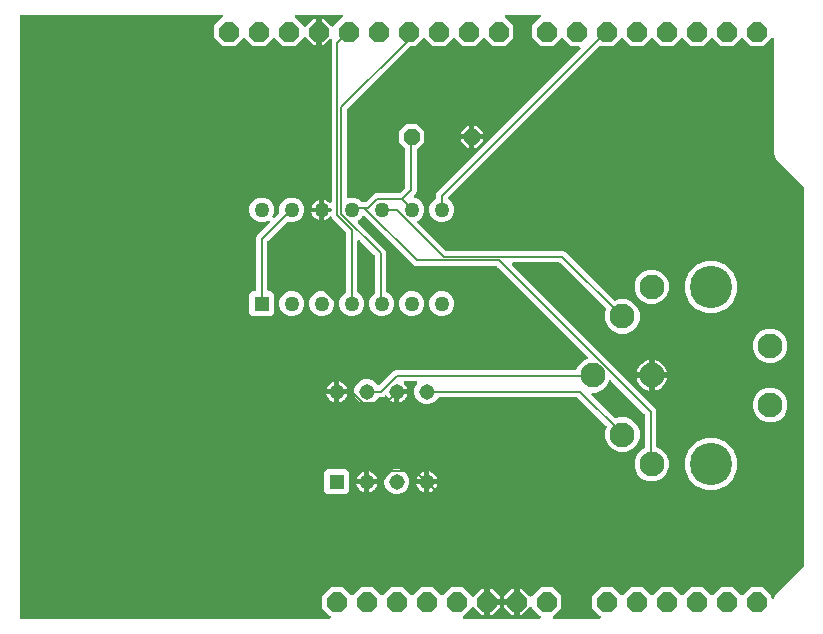
<source format=gbr>
G04 EAGLE Gerber RS-274X export*
G75*
%MOMM*%
%FSLAX34Y34*%
%LPD*%
%INTop Copper*%
%IPPOS*%
%AMOC8*
5,1,8,0,0,1.08239X$1,22.5*%
G01*
%ADD10R,1.268000X1.268000*%
%ADD11C,1.268000*%
%ADD12C,2.100000*%
%ADD13C,3.585000*%
%ADD14R,1.308000X1.308000*%
%ADD15C,1.308000*%
%ADD16P,1.814519X8X22.500000*%
%ADD17P,1.429621X8X22.500000*%
%ADD18C,0.152400*%

G36*
X324148Y36340D02*
X324148Y36340D01*
X324287Y36353D01*
X324306Y36360D01*
X324326Y36363D01*
X324455Y36414D01*
X324586Y36461D01*
X324603Y36472D01*
X324622Y36480D01*
X324734Y36561D01*
X324850Y36639D01*
X324863Y36655D01*
X324879Y36666D01*
X324968Y36774D01*
X325060Y36878D01*
X325069Y36896D01*
X325082Y36911D01*
X325141Y37037D01*
X325205Y37161D01*
X325209Y37181D01*
X325218Y37199D01*
X325244Y37335D01*
X325274Y37471D01*
X325274Y37492D01*
X325277Y37511D01*
X325269Y37650D01*
X325265Y37789D01*
X325259Y37809D01*
X325258Y37829D01*
X325215Y37961D01*
X325176Y38095D01*
X325166Y38112D01*
X325160Y38131D01*
X325085Y38249D01*
X325015Y38369D01*
X324996Y38390D01*
X324989Y38400D01*
X324974Y38414D01*
X324908Y38489D01*
X317753Y45644D01*
X317753Y55956D01*
X325044Y63247D01*
X335356Y63247D01*
X342003Y56600D01*
X342097Y56527D01*
X342186Y56448D01*
X342222Y56430D01*
X342254Y56405D01*
X342363Y56357D01*
X342469Y56303D01*
X342508Y56295D01*
X342546Y56279D01*
X342663Y56260D01*
X342779Y56234D01*
X342820Y56235D01*
X342860Y56229D01*
X342978Y56240D01*
X343097Y56243D01*
X343136Y56255D01*
X343176Y56258D01*
X343289Y56299D01*
X343403Y56332D01*
X343438Y56352D01*
X343476Y56366D01*
X343574Y56433D01*
X343677Y56493D01*
X343722Y56533D01*
X343739Y56545D01*
X343752Y56560D01*
X343798Y56600D01*
X350444Y63247D01*
X360756Y63247D01*
X367402Y56600D01*
X367497Y56527D01*
X367586Y56448D01*
X367622Y56430D01*
X367654Y56405D01*
X367763Y56358D01*
X367869Y56303D01*
X367908Y56295D01*
X367946Y56279D01*
X368063Y56260D01*
X368179Y56234D01*
X368220Y56235D01*
X368260Y56229D01*
X368378Y56240D01*
X368497Y56243D01*
X368536Y56255D01*
X368576Y56258D01*
X368689Y56299D01*
X368803Y56332D01*
X368837Y56352D01*
X368876Y56366D01*
X368974Y56433D01*
X369077Y56493D01*
X369122Y56533D01*
X369139Y56545D01*
X369152Y56560D01*
X369197Y56600D01*
X375844Y63247D01*
X386156Y63247D01*
X392803Y56600D01*
X392897Y56527D01*
X392986Y56448D01*
X393022Y56430D01*
X393054Y56405D01*
X393163Y56357D01*
X393269Y56303D01*
X393308Y56295D01*
X393346Y56279D01*
X393463Y56260D01*
X393579Y56234D01*
X393620Y56235D01*
X393660Y56229D01*
X393778Y56240D01*
X393897Y56243D01*
X393936Y56255D01*
X393976Y56258D01*
X394089Y56299D01*
X394203Y56332D01*
X394238Y56352D01*
X394276Y56366D01*
X394374Y56433D01*
X394477Y56493D01*
X394522Y56533D01*
X394539Y56545D01*
X394552Y56560D01*
X394598Y56600D01*
X401244Y63247D01*
X411556Y63247D01*
X418203Y56600D01*
X418297Y56527D01*
X418386Y56448D01*
X418422Y56430D01*
X418454Y56405D01*
X418563Y56357D01*
X418669Y56303D01*
X418708Y56295D01*
X418746Y56279D01*
X418863Y56260D01*
X418979Y56234D01*
X419020Y56235D01*
X419060Y56229D01*
X419178Y56240D01*
X419297Y56243D01*
X419336Y56255D01*
X419376Y56258D01*
X419489Y56299D01*
X419603Y56332D01*
X419638Y56352D01*
X419676Y56366D01*
X419774Y56433D01*
X419877Y56493D01*
X419922Y56533D01*
X419939Y56545D01*
X419952Y56560D01*
X419998Y56600D01*
X426644Y63247D01*
X436956Y63247D01*
X444365Y55837D01*
X444385Y55782D01*
X444396Y55766D01*
X444404Y55747D01*
X444485Y55634D01*
X444563Y55519D01*
X444579Y55506D01*
X444590Y55489D01*
X444698Y55401D01*
X444802Y55309D01*
X444820Y55300D01*
X444835Y55287D01*
X444961Y55227D01*
X445085Y55164D01*
X445105Y55160D01*
X445123Y55151D01*
X445259Y55125D01*
X445395Y55095D01*
X445416Y55095D01*
X445435Y55091D01*
X445574Y55100D01*
X445713Y55104D01*
X445733Y55110D01*
X445753Y55111D01*
X445885Y55154D01*
X446019Y55193D01*
X446036Y55203D01*
X446055Y55209D01*
X446173Y55284D01*
X446293Y55354D01*
X446314Y55373D01*
X446324Y55379D01*
X446338Y55394D01*
X446413Y55461D01*
X452676Y61723D01*
X454701Y61723D01*
X454701Y52030D01*
X454716Y51912D01*
X454723Y51793D01*
X454735Y51755D01*
X454741Y51715D01*
X454784Y51604D01*
X454821Y51491D01*
X454843Y51457D01*
X454858Y51419D01*
X454927Y51323D01*
X454991Y51222D01*
X455021Y51194D01*
X455044Y51162D01*
X455136Y51086D01*
X455223Y51004D01*
X455258Y50985D01*
X455289Y50959D01*
X455397Y50908D01*
X455501Y50851D01*
X455541Y50841D01*
X455577Y50823D01*
X455684Y50803D01*
X455654Y50799D01*
X455544Y50755D01*
X455431Y50719D01*
X455396Y50697D01*
X455359Y50682D01*
X455262Y50612D01*
X455162Y50549D01*
X455134Y50519D01*
X455101Y50495D01*
X455025Y50404D01*
X454944Y50317D01*
X454924Y50282D01*
X454899Y50250D01*
X454848Y50143D01*
X454790Y50038D01*
X454780Y49999D01*
X454763Y49963D01*
X454741Y49846D01*
X454711Y49730D01*
X454707Y49670D01*
X454703Y49650D01*
X454705Y49630D01*
X454701Y49570D01*
X454701Y39877D01*
X452676Y39877D01*
X446413Y46139D01*
X446323Y46210D01*
X446298Y46234D01*
X446284Y46241D01*
X446197Y46313D01*
X446178Y46322D01*
X446162Y46334D01*
X446034Y46390D01*
X445909Y46449D01*
X445889Y46453D01*
X445870Y46461D01*
X445732Y46483D01*
X445596Y46509D01*
X445576Y46507D01*
X445556Y46511D01*
X445417Y46498D01*
X445279Y46489D01*
X445260Y46483D01*
X445240Y46481D01*
X445108Y46434D01*
X444977Y46391D01*
X444959Y46380D01*
X444940Y46373D01*
X444825Y46295D01*
X444708Y46221D01*
X444694Y46206D01*
X444677Y46195D01*
X444585Y46090D01*
X444490Y45989D01*
X444480Y45971D01*
X444467Y45956D01*
X444403Y45832D01*
X444365Y45763D01*
X437092Y38489D01*
X437007Y38380D01*
X436918Y38273D01*
X436909Y38254D01*
X436897Y38238D01*
X436841Y38110D01*
X436782Y37985D01*
X436779Y37965D01*
X436770Y37946D01*
X436749Y37808D01*
X436723Y37672D01*
X436724Y37652D01*
X436721Y37632D01*
X436734Y37493D01*
X436742Y37355D01*
X436749Y37336D01*
X436750Y37316D01*
X436798Y37184D01*
X436840Y37053D01*
X436851Y37035D01*
X436858Y37016D01*
X436936Y36901D01*
X437011Y36784D01*
X437025Y36770D01*
X437037Y36753D01*
X437141Y36661D01*
X437242Y36566D01*
X437260Y36556D01*
X437275Y36543D01*
X437399Y36479D01*
X437521Y36412D01*
X437540Y36407D01*
X437558Y36398D01*
X437694Y36368D01*
X437829Y36333D01*
X437857Y36331D01*
X437869Y36328D01*
X437889Y36329D01*
X437989Y36323D01*
X501811Y36323D01*
X501948Y36340D01*
X502087Y36353D01*
X502106Y36360D01*
X502126Y36363D01*
X502255Y36414D01*
X502386Y36461D01*
X502403Y36472D01*
X502422Y36480D01*
X502534Y36561D01*
X502650Y36639D01*
X502663Y36655D01*
X502679Y36666D01*
X502768Y36774D01*
X502860Y36878D01*
X502869Y36896D01*
X502882Y36911D01*
X502941Y37037D01*
X503005Y37161D01*
X503009Y37181D01*
X503018Y37199D01*
X503044Y37335D01*
X503074Y37471D01*
X503074Y37492D01*
X503077Y37511D01*
X503069Y37650D01*
X503065Y37789D01*
X503059Y37809D01*
X503058Y37829D01*
X503015Y37961D01*
X502976Y38095D01*
X502966Y38112D01*
X502960Y38131D01*
X502885Y38249D01*
X502815Y38369D01*
X502796Y38390D01*
X502789Y38400D01*
X502774Y38414D01*
X502708Y38489D01*
X495435Y45763D01*
X495415Y45818D01*
X495404Y45834D01*
X495396Y45853D01*
X495315Y45966D01*
X495237Y46081D01*
X495221Y46094D01*
X495210Y46111D01*
X495102Y46199D01*
X494998Y46291D01*
X494980Y46300D01*
X494965Y46313D01*
X494839Y46373D01*
X494715Y46436D01*
X494695Y46440D01*
X494677Y46449D01*
X494541Y46475D01*
X494405Y46505D01*
X494384Y46505D01*
X494365Y46509D01*
X494226Y46500D01*
X494087Y46496D01*
X494067Y46490D01*
X494047Y46489D01*
X493915Y46446D01*
X493781Y46407D01*
X493764Y46397D01*
X493745Y46391D01*
X493627Y46316D01*
X493507Y46246D01*
X493486Y46227D01*
X493476Y46221D01*
X493462Y46206D01*
X493387Y46139D01*
X487124Y39877D01*
X485099Y39877D01*
X485099Y49570D01*
X485084Y49688D01*
X485077Y49807D01*
X485064Y49845D01*
X485059Y49885D01*
X485016Y49996D01*
X484979Y50109D01*
X484957Y50143D01*
X484942Y50181D01*
X484873Y50277D01*
X484809Y50378D01*
X484779Y50406D01*
X484756Y50438D01*
X484664Y50514D01*
X484577Y50596D01*
X484542Y50615D01*
X484511Y50641D01*
X484403Y50692D01*
X484299Y50749D01*
X484259Y50759D01*
X484223Y50777D01*
X484116Y50797D01*
X484146Y50801D01*
X484256Y50845D01*
X484369Y50881D01*
X484404Y50903D01*
X484441Y50918D01*
X484537Y50988D01*
X484638Y51051D01*
X484666Y51081D01*
X484699Y51105D01*
X484775Y51196D01*
X484856Y51283D01*
X484876Y51318D01*
X484901Y51350D01*
X484952Y51457D01*
X485010Y51562D01*
X485020Y51601D01*
X485037Y51637D01*
X485059Y51754D01*
X485089Y51870D01*
X485093Y51930D01*
X485097Y51950D01*
X485095Y51970D01*
X485099Y52030D01*
X485099Y61723D01*
X487124Y61723D01*
X493387Y55461D01*
X493496Y55375D01*
X493603Y55287D01*
X493622Y55278D01*
X493638Y55266D01*
X493766Y55210D01*
X493891Y55151D01*
X493911Y55147D01*
X493930Y55139D01*
X494068Y55117D01*
X494204Y55091D01*
X494224Y55093D01*
X494244Y55089D01*
X494383Y55102D01*
X494521Y55111D01*
X494540Y55117D01*
X494560Y55119D01*
X494692Y55166D01*
X494823Y55209D01*
X494841Y55220D01*
X494860Y55227D01*
X494975Y55305D01*
X495092Y55379D01*
X495106Y55394D01*
X495123Y55405D01*
X495215Y55510D01*
X495310Y55611D01*
X495320Y55629D01*
X495333Y55644D01*
X495397Y55768D01*
X495435Y55837D01*
X502844Y63247D01*
X513156Y63247D01*
X520447Y55956D01*
X520447Y45644D01*
X513292Y38489D01*
X513207Y38380D01*
X513118Y38273D01*
X513109Y38254D01*
X513097Y38238D01*
X513041Y38110D01*
X512982Y37985D01*
X512979Y37965D01*
X512970Y37946D01*
X512949Y37808D01*
X512923Y37672D01*
X512924Y37652D01*
X512921Y37632D01*
X512934Y37493D01*
X512942Y37355D01*
X512949Y37336D01*
X512950Y37316D01*
X512998Y37184D01*
X513040Y37053D01*
X513051Y37035D01*
X513058Y37016D01*
X513136Y36901D01*
X513211Y36784D01*
X513225Y36770D01*
X513237Y36753D01*
X513341Y36661D01*
X513442Y36566D01*
X513460Y36556D01*
X513475Y36543D01*
X513599Y36479D01*
X513721Y36412D01*
X513740Y36407D01*
X513758Y36398D01*
X513894Y36368D01*
X514029Y36333D01*
X514057Y36331D01*
X514069Y36328D01*
X514089Y36329D01*
X514189Y36323D01*
X552611Y36323D01*
X552748Y36340D01*
X552887Y36353D01*
X552906Y36360D01*
X552926Y36363D01*
X553055Y36414D01*
X553186Y36461D01*
X553203Y36472D01*
X553222Y36480D01*
X553334Y36561D01*
X553450Y36639D01*
X553463Y36655D01*
X553479Y36666D01*
X553568Y36774D01*
X553660Y36878D01*
X553669Y36896D01*
X553682Y36911D01*
X553741Y37037D01*
X553805Y37161D01*
X553809Y37181D01*
X553818Y37199D01*
X553844Y37335D01*
X553874Y37471D01*
X553874Y37492D01*
X553877Y37511D01*
X553869Y37650D01*
X553865Y37789D01*
X553859Y37809D01*
X553858Y37829D01*
X553815Y37961D01*
X553776Y38095D01*
X553766Y38112D01*
X553760Y38131D01*
X553685Y38249D01*
X553615Y38369D01*
X553596Y38390D01*
X553589Y38400D01*
X553574Y38414D01*
X553508Y38489D01*
X546353Y45644D01*
X546353Y55956D01*
X553644Y63247D01*
X563956Y63247D01*
X570603Y56600D01*
X570697Y56527D01*
X570786Y56448D01*
X570822Y56430D01*
X570854Y56405D01*
X570963Y56357D01*
X571069Y56303D01*
X571108Y56295D01*
X571146Y56279D01*
X571263Y56260D01*
X571379Y56234D01*
X571420Y56235D01*
X571460Y56229D01*
X571578Y56240D01*
X571697Y56243D01*
X571736Y56255D01*
X571776Y56258D01*
X571889Y56299D01*
X572003Y56332D01*
X572038Y56352D01*
X572076Y56366D01*
X572174Y56433D01*
X572277Y56493D01*
X572322Y56533D01*
X572339Y56545D01*
X572352Y56560D01*
X572398Y56600D01*
X579044Y63247D01*
X589356Y63247D01*
X596002Y56600D01*
X596097Y56527D01*
X596186Y56448D01*
X596222Y56430D01*
X596254Y56405D01*
X596363Y56358D01*
X596469Y56303D01*
X596508Y56295D01*
X596546Y56279D01*
X596663Y56260D01*
X596779Y56234D01*
X596820Y56235D01*
X596860Y56229D01*
X596978Y56240D01*
X597097Y56243D01*
X597136Y56255D01*
X597176Y56258D01*
X597289Y56299D01*
X597403Y56332D01*
X597437Y56352D01*
X597476Y56366D01*
X597574Y56433D01*
X597677Y56493D01*
X597722Y56533D01*
X597739Y56545D01*
X597752Y56560D01*
X597797Y56600D01*
X604444Y63247D01*
X614756Y63247D01*
X621402Y56600D01*
X621497Y56527D01*
X621586Y56448D01*
X621622Y56430D01*
X621654Y56405D01*
X621763Y56358D01*
X621869Y56303D01*
X621908Y56295D01*
X621946Y56279D01*
X622063Y56260D01*
X622179Y56234D01*
X622220Y56235D01*
X622260Y56229D01*
X622378Y56240D01*
X622497Y56243D01*
X622536Y56255D01*
X622576Y56258D01*
X622689Y56299D01*
X622803Y56332D01*
X622837Y56352D01*
X622876Y56366D01*
X622974Y56433D01*
X623077Y56493D01*
X623122Y56533D01*
X623139Y56545D01*
X623152Y56560D01*
X623197Y56600D01*
X629844Y63247D01*
X640156Y63247D01*
X646802Y56600D01*
X646897Y56527D01*
X646986Y56448D01*
X647022Y56430D01*
X647054Y56405D01*
X647163Y56358D01*
X647269Y56303D01*
X647308Y56295D01*
X647346Y56279D01*
X647463Y56260D01*
X647579Y56234D01*
X647620Y56235D01*
X647660Y56229D01*
X647778Y56240D01*
X647897Y56243D01*
X647936Y56255D01*
X647976Y56258D01*
X648089Y56299D01*
X648203Y56332D01*
X648237Y56352D01*
X648276Y56366D01*
X648374Y56433D01*
X648477Y56493D01*
X648522Y56533D01*
X648539Y56545D01*
X648552Y56560D01*
X648597Y56600D01*
X655244Y63247D01*
X665556Y63247D01*
X672202Y56600D01*
X672297Y56527D01*
X672386Y56448D01*
X672422Y56430D01*
X672454Y56405D01*
X672563Y56358D01*
X672669Y56303D01*
X672708Y56295D01*
X672746Y56279D01*
X672863Y56260D01*
X672979Y56234D01*
X673020Y56235D01*
X673060Y56229D01*
X673178Y56240D01*
X673297Y56243D01*
X673336Y56255D01*
X673376Y56258D01*
X673489Y56299D01*
X673603Y56332D01*
X673637Y56352D01*
X673676Y56366D01*
X673774Y56433D01*
X673877Y56493D01*
X673922Y56533D01*
X673939Y56545D01*
X673952Y56560D01*
X673997Y56600D01*
X680644Y63247D01*
X690956Y63247D01*
X698247Y55956D01*
X698247Y54451D01*
X698255Y54382D01*
X698254Y54312D01*
X698275Y54225D01*
X698287Y54136D01*
X698312Y54071D01*
X698329Y54003D01*
X698371Y53924D01*
X698404Y53840D01*
X698445Y53784D01*
X698477Y53722D01*
X698538Y53655D01*
X698590Y53583D01*
X698644Y53538D01*
X698691Y53487D01*
X698766Y53437D01*
X698835Y53380D01*
X698899Y53350D01*
X698957Y53312D01*
X699042Y53283D01*
X699123Y53245D01*
X699192Y53231D01*
X699258Y53209D01*
X699347Y53202D01*
X699435Y53185D01*
X699505Y53189D01*
X699575Y53184D01*
X699663Y53199D01*
X699753Y53204D01*
X699819Y53226D01*
X699888Y53238D01*
X699970Y53275D01*
X700055Y53303D01*
X700114Y53340D01*
X700178Y53369D01*
X700248Y53425D01*
X700324Y53473D01*
X700372Y53524D01*
X700426Y53567D01*
X700481Y53639D01*
X700542Y53704D01*
X700576Y53765D01*
X700618Y53821D01*
X700689Y53966D01*
X701940Y56987D01*
X725306Y80353D01*
X725366Y80431D01*
X725434Y80503D01*
X725463Y80556D01*
X725500Y80604D01*
X725540Y80695D01*
X725588Y80781D01*
X725603Y80840D01*
X725627Y80896D01*
X725642Y80994D01*
X725667Y81089D01*
X725673Y81189D01*
X725677Y81210D01*
X725675Y81222D01*
X725677Y81250D01*
X725677Y401350D01*
X725665Y401448D01*
X725662Y401547D01*
X725645Y401605D01*
X725637Y401665D01*
X725601Y401758D01*
X725573Y401853D01*
X725543Y401905D01*
X725520Y401961D01*
X725462Y402041D01*
X725412Y402127D01*
X725346Y402202D01*
X725334Y402218D01*
X725324Y402226D01*
X725306Y402247D01*
X701940Y425613D01*
X700277Y429627D01*
X700277Y527211D01*
X700260Y527348D01*
X700247Y527487D01*
X700240Y527506D01*
X700237Y527526D01*
X700186Y527655D01*
X700139Y527786D01*
X700128Y527803D01*
X700120Y527822D01*
X700039Y527934D01*
X699961Y528050D01*
X699945Y528063D01*
X699934Y528079D01*
X699826Y528168D01*
X699722Y528260D01*
X699704Y528269D01*
X699689Y528282D01*
X699563Y528341D01*
X699439Y528405D01*
X699419Y528409D01*
X699401Y528418D01*
X699265Y528444D01*
X699129Y528474D01*
X699108Y528474D01*
X699089Y528477D01*
X698950Y528469D01*
X698811Y528465D01*
X698791Y528459D01*
X698771Y528458D01*
X698639Y528415D01*
X698505Y528376D01*
X698488Y528366D01*
X698469Y528360D01*
X698351Y528285D01*
X698231Y528215D01*
X698210Y528196D01*
X698200Y528189D01*
X698186Y528174D01*
X698111Y528108D01*
X690956Y520953D01*
X680644Y520953D01*
X673997Y527600D01*
X673903Y527673D01*
X673814Y527752D01*
X673778Y527770D01*
X673746Y527795D01*
X673637Y527843D01*
X673531Y527897D01*
X673492Y527905D01*
X673454Y527921D01*
X673337Y527940D01*
X673221Y527966D01*
X673180Y527965D01*
X673140Y527971D01*
X673022Y527960D01*
X672903Y527957D01*
X672864Y527945D01*
X672824Y527942D01*
X672711Y527901D01*
X672597Y527868D01*
X672562Y527848D01*
X672524Y527834D01*
X672426Y527767D01*
X672323Y527707D01*
X672278Y527667D01*
X672261Y527655D01*
X672248Y527640D01*
X672202Y527600D01*
X665556Y520953D01*
X655244Y520953D01*
X648598Y527600D01*
X648503Y527673D01*
X648414Y527752D01*
X648378Y527770D01*
X648346Y527795D01*
X648237Y527842D01*
X648131Y527897D01*
X648092Y527905D01*
X648054Y527921D01*
X647937Y527940D01*
X647821Y527966D01*
X647780Y527965D01*
X647740Y527971D01*
X647622Y527960D01*
X647503Y527957D01*
X647464Y527945D01*
X647424Y527942D01*
X647311Y527901D01*
X647197Y527868D01*
X647163Y527848D01*
X647124Y527834D01*
X647026Y527767D01*
X646923Y527707D01*
X646878Y527667D01*
X646861Y527655D01*
X646848Y527640D01*
X646803Y527600D01*
X640156Y520953D01*
X629844Y520953D01*
X623197Y527600D01*
X623103Y527673D01*
X623014Y527752D01*
X622978Y527770D01*
X622946Y527795D01*
X622837Y527843D01*
X622731Y527897D01*
X622692Y527905D01*
X622654Y527921D01*
X622537Y527940D01*
X622421Y527966D01*
X622380Y527965D01*
X622340Y527971D01*
X622222Y527960D01*
X622103Y527957D01*
X622064Y527945D01*
X622024Y527942D01*
X621911Y527901D01*
X621797Y527868D01*
X621762Y527848D01*
X621724Y527834D01*
X621626Y527767D01*
X621523Y527707D01*
X621478Y527667D01*
X621461Y527655D01*
X621448Y527640D01*
X621402Y527600D01*
X614756Y520953D01*
X604444Y520953D01*
X597797Y527600D01*
X597703Y527673D01*
X597614Y527752D01*
X597578Y527770D01*
X597546Y527795D01*
X597437Y527843D01*
X597331Y527897D01*
X597292Y527905D01*
X597254Y527921D01*
X597137Y527940D01*
X597021Y527966D01*
X596980Y527965D01*
X596940Y527971D01*
X596822Y527960D01*
X596703Y527957D01*
X596664Y527945D01*
X596624Y527942D01*
X596511Y527901D01*
X596397Y527868D01*
X596362Y527848D01*
X596324Y527834D01*
X596226Y527767D01*
X596123Y527707D01*
X596078Y527667D01*
X596061Y527655D01*
X596048Y527640D01*
X596002Y527600D01*
X589356Y520953D01*
X579044Y520953D01*
X572397Y527600D01*
X572303Y527673D01*
X572214Y527752D01*
X572178Y527770D01*
X572146Y527795D01*
X572037Y527843D01*
X571931Y527897D01*
X571892Y527905D01*
X571854Y527921D01*
X571737Y527940D01*
X571621Y527966D01*
X571580Y527965D01*
X571540Y527971D01*
X571422Y527960D01*
X571303Y527957D01*
X571264Y527945D01*
X571224Y527942D01*
X571111Y527901D01*
X570997Y527868D01*
X570962Y527848D01*
X570924Y527834D01*
X570826Y527767D01*
X570723Y527707D01*
X570678Y527667D01*
X570661Y527655D01*
X570648Y527640D01*
X570602Y527600D01*
X563956Y520953D01*
X553608Y520953D01*
X553582Y520967D01*
X553550Y520991D01*
X553441Y521039D01*
X553335Y521093D01*
X553295Y521102D01*
X553258Y521118D01*
X553141Y521136D01*
X553025Y521162D01*
X552984Y521161D01*
X552944Y521167D01*
X552826Y521156D01*
X552707Y521153D01*
X552668Y521141D01*
X552628Y521138D01*
X552516Y521097D01*
X552401Y521064D01*
X552366Y521044D01*
X552328Y521030D01*
X552230Y520963D01*
X552127Y520903D01*
X552082Y520863D01*
X552065Y520852D01*
X552052Y520836D01*
X552006Y520796D01*
X424666Y393456D01*
X424636Y393417D01*
X424599Y393383D01*
X424538Y393292D01*
X424471Y393205D01*
X424451Y393159D01*
X424424Y393118D01*
X424388Y393014D01*
X424345Y392913D01*
X424337Y392864D01*
X424321Y392817D01*
X424312Y392708D01*
X424295Y392599D01*
X424300Y392549D01*
X424296Y392500D01*
X424314Y392392D01*
X424325Y392282D01*
X424342Y392235D01*
X424350Y392186D01*
X424395Y392086D01*
X424432Y391983D01*
X424460Y391942D01*
X424481Y391896D01*
X424549Y391811D01*
X424611Y391720D01*
X424648Y391687D01*
X424679Y391648D01*
X424767Y391582D01*
X424849Y391509D01*
X424894Y391487D01*
X424933Y391457D01*
X424981Y391433D01*
X427921Y388494D01*
X429505Y384670D01*
X429505Y380530D01*
X427921Y376706D01*
X424994Y373779D01*
X421170Y372195D01*
X417030Y372195D01*
X413206Y373779D01*
X410279Y376706D01*
X408695Y380530D01*
X408695Y384670D01*
X410279Y388494D01*
X413206Y391421D01*
X413490Y391538D01*
X413515Y391553D01*
X413543Y391562D01*
X413653Y391631D01*
X413766Y391696D01*
X413787Y391716D01*
X413812Y391732D01*
X413901Y391827D01*
X413994Y391917D01*
X414010Y391942D01*
X414030Y391964D01*
X414093Y392077D01*
X414161Y392188D01*
X414169Y392216D01*
X414184Y392242D01*
X414216Y392368D01*
X414254Y392492D01*
X414256Y392522D01*
X414263Y392550D01*
X414273Y392711D01*
X414273Y395676D01*
X415008Y397450D01*
X536345Y518787D01*
X536430Y518896D01*
X536518Y519003D01*
X536527Y519022D01*
X536539Y519038D01*
X536595Y519166D01*
X536654Y519291D01*
X536658Y519311D01*
X536666Y519330D01*
X536688Y519468D01*
X536714Y519604D01*
X536712Y519624D01*
X536716Y519644D01*
X536703Y519783D01*
X536694Y519921D01*
X536688Y519940D01*
X536686Y519960D01*
X536639Y520092D01*
X536596Y520223D01*
X536585Y520241D01*
X536578Y520260D01*
X536500Y520375D01*
X536426Y520492D01*
X536411Y520506D01*
X536400Y520523D01*
X536296Y520615D01*
X536194Y520710D01*
X536176Y520720D01*
X536161Y520733D01*
X536038Y520796D01*
X535916Y520864D01*
X535896Y520869D01*
X535878Y520878D01*
X535742Y520908D01*
X535608Y520943D01*
X535580Y520945D01*
X535568Y520948D01*
X535547Y520947D01*
X535447Y520953D01*
X528244Y520953D01*
X521598Y527600D01*
X521503Y527673D01*
X521414Y527752D01*
X521378Y527770D01*
X521346Y527795D01*
X521237Y527842D01*
X521131Y527897D01*
X521092Y527905D01*
X521054Y527921D01*
X520937Y527940D01*
X520821Y527966D01*
X520780Y527965D01*
X520740Y527971D01*
X520622Y527960D01*
X520503Y527957D01*
X520464Y527945D01*
X520424Y527942D01*
X520311Y527901D01*
X520197Y527868D01*
X520163Y527848D01*
X520124Y527834D01*
X520026Y527767D01*
X519923Y527707D01*
X519878Y527667D01*
X519861Y527655D01*
X519848Y527640D01*
X519803Y527600D01*
X513156Y520953D01*
X502844Y520953D01*
X495553Y528244D01*
X495553Y538556D01*
X502708Y545711D01*
X502793Y545820D01*
X502882Y545927D01*
X502891Y545946D01*
X502903Y545962D01*
X502959Y546090D01*
X503018Y546215D01*
X503021Y546235D01*
X503030Y546254D01*
X503051Y546392D01*
X503077Y546528D01*
X503076Y546548D01*
X503079Y546568D01*
X503066Y546707D01*
X503058Y546845D01*
X503051Y546864D01*
X503050Y546884D01*
X503002Y547016D01*
X502960Y547147D01*
X502949Y547165D01*
X502942Y547184D01*
X502864Y547299D01*
X502789Y547416D01*
X502775Y547430D01*
X502763Y547447D01*
X502659Y547539D01*
X502558Y547634D01*
X502540Y547644D01*
X502525Y547657D01*
X502401Y547721D01*
X502279Y547788D01*
X502260Y547793D01*
X502242Y547802D01*
X502106Y547832D01*
X501971Y547867D01*
X501943Y547869D01*
X501931Y547872D01*
X501911Y547871D01*
X501811Y547877D01*
X473549Y547877D01*
X473412Y547860D01*
X473273Y547847D01*
X473254Y547840D01*
X473234Y547837D01*
X473105Y547786D01*
X472974Y547739D01*
X472957Y547728D01*
X472938Y547720D01*
X472826Y547639D01*
X472710Y547561D01*
X472697Y547545D01*
X472681Y547534D01*
X472592Y547426D01*
X472500Y547322D01*
X472491Y547304D01*
X472478Y547289D01*
X472419Y547163D01*
X472355Y547039D01*
X472351Y547019D01*
X472342Y547001D01*
X472316Y546865D01*
X472286Y546729D01*
X472286Y546708D01*
X472283Y546689D01*
X472291Y546550D01*
X472295Y546411D01*
X472301Y546391D01*
X472302Y546371D01*
X472345Y546239D01*
X472384Y546105D01*
X472394Y546088D01*
X472400Y546069D01*
X472475Y545951D01*
X472545Y545831D01*
X472564Y545810D01*
X472571Y545800D01*
X472586Y545786D01*
X472652Y545711D01*
X479807Y538556D01*
X479807Y528244D01*
X472516Y520953D01*
X462204Y520953D01*
X455558Y527600D01*
X455463Y527673D01*
X455374Y527752D01*
X455338Y527770D01*
X455306Y527795D01*
X455197Y527842D01*
X455091Y527897D01*
X455052Y527905D01*
X455014Y527921D01*
X454897Y527940D01*
X454781Y527966D01*
X454740Y527965D01*
X454700Y527971D01*
X454582Y527960D01*
X454463Y527957D01*
X454424Y527945D01*
X454384Y527942D01*
X454271Y527901D01*
X454157Y527868D01*
X454123Y527848D01*
X454084Y527834D01*
X453986Y527767D01*
X453883Y527707D01*
X453838Y527667D01*
X453821Y527655D01*
X453808Y527640D01*
X453763Y527600D01*
X447116Y520953D01*
X436804Y520953D01*
X430158Y527600D01*
X430063Y527673D01*
X429974Y527752D01*
X429938Y527770D01*
X429906Y527795D01*
X429797Y527842D01*
X429691Y527897D01*
X429652Y527905D01*
X429614Y527921D01*
X429497Y527940D01*
X429381Y527966D01*
X429340Y527965D01*
X429300Y527971D01*
X429182Y527960D01*
X429063Y527957D01*
X429024Y527945D01*
X428984Y527942D01*
X428871Y527901D01*
X428757Y527868D01*
X428723Y527848D01*
X428684Y527834D01*
X428586Y527767D01*
X428483Y527707D01*
X428438Y527667D01*
X428421Y527655D01*
X428408Y527640D01*
X428363Y527600D01*
X421716Y520953D01*
X411404Y520953D01*
X404758Y527600D01*
X404663Y527673D01*
X404574Y527752D01*
X404538Y527770D01*
X404506Y527795D01*
X404397Y527842D01*
X404291Y527897D01*
X404252Y527905D01*
X404214Y527921D01*
X404097Y527940D01*
X403981Y527966D01*
X403940Y527965D01*
X403900Y527971D01*
X403782Y527960D01*
X403663Y527957D01*
X403624Y527945D01*
X403584Y527942D01*
X403471Y527901D01*
X403357Y527868D01*
X403323Y527848D01*
X403284Y527834D01*
X403186Y527767D01*
X403083Y527707D01*
X403038Y527667D01*
X403021Y527655D01*
X403008Y527640D01*
X402963Y527600D01*
X396316Y520953D01*
X392669Y520953D01*
X392571Y520941D01*
X392472Y520938D01*
X392414Y520921D01*
X392354Y520913D01*
X392261Y520877D01*
X392166Y520849D01*
X392114Y520819D01*
X392058Y520796D01*
X391978Y520738D01*
X391892Y520688D01*
X391817Y520622D01*
X391800Y520610D01*
X391793Y520600D01*
X391772Y520582D01*
X338954Y467764D01*
X338894Y467686D01*
X338826Y467614D01*
X338797Y467561D01*
X338760Y467513D01*
X338720Y467422D01*
X338672Y467336D01*
X338657Y467277D01*
X338633Y467221D01*
X338618Y467123D01*
X338593Y467028D01*
X338587Y466928D01*
X338583Y466907D01*
X338585Y466895D01*
X338583Y466867D01*
X338583Y393973D01*
X338589Y393924D01*
X338587Y393874D01*
X338609Y393767D01*
X338623Y393658D01*
X338641Y393611D01*
X338651Y393563D01*
X338699Y393464D01*
X338740Y393362D01*
X338769Y393322D01*
X338791Y393277D01*
X338862Y393194D01*
X338926Y393105D01*
X338965Y393073D01*
X338997Y393035D01*
X339087Y392972D01*
X339171Y392902D01*
X339216Y392881D01*
X339257Y392852D01*
X339360Y392813D01*
X339459Y392766D01*
X339508Y392757D01*
X339554Y392739D01*
X339664Y392727D01*
X339771Y392707D01*
X339821Y392710D01*
X339870Y392704D01*
X339979Y392720D01*
X340089Y392726D01*
X340136Y392742D01*
X340185Y392749D01*
X340338Y392801D01*
X340830Y393005D01*
X344970Y393005D01*
X348794Y391421D01*
X350968Y389246D01*
X351046Y389186D01*
X351118Y389118D01*
X351171Y389089D01*
X351219Y389052D01*
X351310Y389012D01*
X351397Y388964D01*
X351455Y388949D01*
X351511Y388925D01*
X351609Y388910D01*
X351705Y388885D01*
X351805Y388879D01*
X351825Y388875D01*
X351838Y388877D01*
X351866Y388875D01*
X354091Y388875D01*
X354189Y388887D01*
X354288Y388890D01*
X354346Y388907D01*
X354407Y388915D01*
X354499Y388951D01*
X354594Y388979D01*
X354646Y389009D01*
X354702Y389032D01*
X354782Y389090D01*
X354868Y389140D01*
X354943Y389206D01*
X354960Y389218D01*
X354967Y389228D01*
X354988Y389246D01*
X359966Y394224D01*
X361502Y395760D01*
X363276Y396495D01*
X383047Y396495D01*
X383145Y396507D01*
X383244Y396510D01*
X383302Y396527D01*
X383362Y396535D01*
X383455Y396571D01*
X383550Y396599D01*
X383602Y396629D01*
X383658Y396652D01*
X383738Y396710D01*
X383824Y396760D01*
X383899Y396826D01*
X383916Y396838D01*
X383923Y396848D01*
X383944Y396866D01*
X387994Y400916D01*
X388054Y400994D01*
X388122Y401066D01*
X388151Y401119D01*
X388188Y401167D01*
X388228Y401258D01*
X388276Y401344D01*
X388291Y401403D01*
X388315Y401459D01*
X388330Y401557D01*
X388355Y401652D01*
X388361Y401752D01*
X388365Y401773D01*
X388363Y401785D01*
X388365Y401813D01*
X388365Y434221D01*
X388353Y434319D01*
X388350Y434418D01*
X388333Y434477D01*
X388325Y434537D01*
X388289Y434629D01*
X388261Y434724D01*
X388231Y434776D01*
X388208Y434832D01*
X388150Y434913D01*
X388100Y434998D01*
X388034Y435073D01*
X388022Y435090D01*
X388012Y435098D01*
X387994Y435119D01*
X383031Y440081D01*
X383031Y448919D01*
X389281Y455169D01*
X398119Y455169D01*
X404369Y448919D01*
X404369Y440081D01*
X398390Y434103D01*
X398330Y434024D01*
X398262Y433952D01*
X398233Y433899D01*
X398196Y433851D01*
X398156Y433760D01*
X398108Y433674D01*
X398093Y433615D01*
X398069Y433560D01*
X398054Y433462D01*
X398029Y433366D01*
X398023Y433266D01*
X398019Y433245D01*
X398021Y433233D01*
X398019Y433205D01*
X398019Y398328D01*
X397284Y396554D01*
X395674Y394944D01*
X395643Y394905D01*
X395607Y394871D01*
X395546Y394780D01*
X395479Y394693D01*
X395459Y394647D01*
X395432Y394606D01*
X395396Y394502D01*
X395353Y394401D01*
X395345Y394352D01*
X395329Y394305D01*
X395320Y394195D01*
X395303Y394087D01*
X395307Y394037D01*
X395304Y393988D01*
X395322Y393879D01*
X395333Y393770D01*
X395349Y393723D01*
X395358Y393674D01*
X395403Y393574D01*
X395440Y393471D01*
X395468Y393430D01*
X395489Y393384D01*
X395557Y393299D01*
X395619Y393208D01*
X395656Y393175D01*
X395687Y393136D01*
X395775Y393070D01*
X395857Y392997D01*
X395901Y392975D01*
X395941Y392945D01*
X396086Y392874D01*
X399594Y391421D01*
X402521Y388494D01*
X404105Y384670D01*
X404105Y380530D01*
X402521Y376706D01*
X399594Y373779D01*
X399211Y373621D01*
X399168Y373596D01*
X399121Y373579D01*
X399030Y373518D01*
X398935Y373463D01*
X398899Y373429D01*
X398858Y373401D01*
X398785Y373318D01*
X398706Y373242D01*
X398681Y373200D01*
X398648Y373162D01*
X398598Y373064D01*
X398540Y372971D01*
X398526Y372923D01*
X398503Y372879D01*
X398479Y372772D01*
X398447Y372667D01*
X398444Y372617D01*
X398433Y372569D01*
X398437Y372459D01*
X398431Y372349D01*
X398442Y372301D01*
X398443Y372251D01*
X398474Y372145D01*
X398496Y372038D01*
X398518Y371993D01*
X398531Y371945D01*
X398587Y371851D01*
X398635Y371752D01*
X398668Y371714D01*
X398693Y371671D01*
X398799Y371551D01*
X422252Y348098D01*
X422330Y348038D01*
X422402Y347970D01*
X422455Y347941D01*
X422503Y347904D01*
X422594Y347864D01*
X422680Y347816D01*
X422739Y347801D01*
X422795Y347777D01*
X422893Y347762D01*
X422988Y347737D01*
X423088Y347731D01*
X423109Y347727D01*
X423121Y347729D01*
X423149Y347727D01*
X522168Y347727D01*
X523942Y346992D01*
X564802Y306132D01*
X564826Y306113D01*
X564845Y306091D01*
X564951Y306016D01*
X565054Y305937D01*
X565081Y305925D01*
X565105Y305908D01*
X565226Y305862D01*
X565346Y305810D01*
X565375Y305806D01*
X565402Y305795D01*
X565531Y305781D01*
X565660Y305760D01*
X565689Y305763D01*
X565718Y305760D01*
X565847Y305778D01*
X565976Y305790D01*
X566004Y305800D01*
X566033Y305804D01*
X566186Y305856D01*
X569103Y307065D01*
X574897Y307065D01*
X580250Y304847D01*
X584347Y300750D01*
X586565Y295397D01*
X586565Y289603D01*
X584347Y284250D01*
X580250Y280153D01*
X574897Y277935D01*
X569103Y277935D01*
X563750Y280153D01*
X559653Y284250D01*
X557435Y289603D01*
X557435Y295397D01*
X558414Y297760D01*
X558422Y297788D01*
X558435Y297815D01*
X558464Y297942D01*
X558498Y298067D01*
X558498Y298096D01*
X558505Y298125D01*
X558501Y298255D01*
X558503Y298385D01*
X558496Y298413D01*
X558495Y298443D01*
X558459Y298567D01*
X558429Y298694D01*
X558415Y298720D01*
X558407Y298748D01*
X558341Y298860D01*
X558280Y298975D01*
X558260Y298997D01*
X558245Y299022D01*
X558139Y299143D01*
X519580Y337702D01*
X519502Y337762D01*
X519430Y337830D01*
X519377Y337859D01*
X519329Y337896D01*
X519238Y337936D01*
X519152Y337984D01*
X519093Y337999D01*
X519037Y338023D01*
X518939Y338038D01*
X518844Y338063D01*
X518744Y338069D01*
X518723Y338073D01*
X518711Y338071D01*
X518683Y338073D01*
X479537Y338073D01*
X479399Y338056D01*
X479261Y338043D01*
X479242Y338036D01*
X479221Y338033D01*
X479092Y337982D01*
X478961Y337935D01*
X478945Y337924D01*
X478926Y337916D01*
X478813Y337835D01*
X478698Y337757D01*
X478685Y337741D01*
X478668Y337730D01*
X478580Y337622D01*
X478488Y337518D01*
X478479Y337500D01*
X478466Y337485D01*
X478406Y337359D01*
X478343Y337235D01*
X478339Y337215D01*
X478330Y337197D01*
X478304Y337061D01*
X478273Y336925D01*
X478274Y336904D01*
X478270Y336885D01*
X478279Y336746D01*
X478283Y336607D01*
X478289Y336587D01*
X478290Y336567D01*
X478333Y336435D01*
X478372Y336301D01*
X478382Y336284D01*
X478388Y336265D01*
X478462Y336147D01*
X478533Y336027D01*
X478552Y336006D01*
X478558Y335996D01*
X478573Y335982D01*
X478639Y335907D01*
X599976Y214570D01*
X600711Y212796D01*
X600711Y182434D01*
X600714Y182405D01*
X600712Y182376D01*
X600734Y182247D01*
X600751Y182119D01*
X600761Y182091D01*
X600766Y182062D01*
X600820Y181944D01*
X600868Y181823D01*
X600885Y181799D01*
X600897Y181772D01*
X600978Y181671D01*
X601054Y181566D01*
X601077Y181547D01*
X601096Y181524D01*
X601199Y181446D01*
X601299Y181363D01*
X601326Y181350D01*
X601350Y181333D01*
X601494Y181262D01*
X605150Y179747D01*
X609247Y175650D01*
X611465Y170297D01*
X611465Y164503D01*
X609247Y159150D01*
X605150Y155053D01*
X599797Y152835D01*
X594003Y152835D01*
X588650Y155053D01*
X584553Y159150D01*
X582335Y164503D01*
X582335Y170297D01*
X584553Y175650D01*
X588650Y179747D01*
X590274Y180420D01*
X590299Y180435D01*
X590327Y180444D01*
X590437Y180513D01*
X590550Y180578D01*
X590571Y180598D01*
X590596Y180614D01*
X590685Y180709D01*
X590778Y180799D01*
X590794Y180824D01*
X590814Y180846D01*
X590877Y180959D01*
X590945Y181070D01*
X590953Y181098D01*
X590968Y181124D01*
X591000Y181250D01*
X591038Y181374D01*
X591040Y181403D01*
X591047Y181432D01*
X591057Y181593D01*
X591057Y209311D01*
X591045Y209409D01*
X591042Y209508D01*
X591025Y209566D01*
X591017Y209626D01*
X590981Y209719D01*
X590953Y209814D01*
X590923Y209866D01*
X590900Y209922D01*
X590842Y210002D01*
X590792Y210088D01*
X590726Y210163D01*
X590714Y210180D01*
X590704Y210187D01*
X590686Y210208D01*
X562772Y238122D01*
X562732Y238153D01*
X562699Y238190D01*
X562607Y238250D01*
X562520Y238317D01*
X562475Y238337D01*
X562433Y238364D01*
X562329Y238400D01*
X562229Y238444D01*
X562179Y238451D01*
X562133Y238467D01*
X562023Y238476D01*
X561914Y238493D01*
X561865Y238489D01*
X561815Y238493D01*
X561707Y238474D01*
X561598Y238464D01*
X561551Y238447D01*
X561502Y238438D01*
X561402Y238393D01*
X561299Y238356D01*
X561257Y238328D01*
X561212Y238308D01*
X561126Y238239D01*
X561035Y238177D01*
X561003Y238140D01*
X560964Y238109D01*
X560898Y238021D01*
X560825Y237939D01*
X560802Y237895D01*
X560772Y237855D01*
X560702Y237711D01*
X559247Y234200D01*
X555150Y230103D01*
X549797Y227885D01*
X547053Y227885D01*
X546915Y227868D01*
X546777Y227855D01*
X546758Y227848D01*
X546737Y227845D01*
X546608Y227794D01*
X546477Y227747D01*
X546461Y227736D01*
X546442Y227728D01*
X546329Y227647D01*
X546214Y227569D01*
X546201Y227553D01*
X546184Y227542D01*
X546096Y227434D01*
X546004Y227330D01*
X545995Y227312D01*
X545982Y227297D01*
X545922Y227171D01*
X545859Y227047D01*
X545855Y227027D01*
X545846Y227009D01*
X545820Y226873D01*
X545789Y226737D01*
X545790Y226716D01*
X545786Y226697D01*
X545795Y226558D01*
X545799Y226419D01*
X545805Y226399D01*
X545806Y226379D01*
X545849Y226247D01*
X545888Y226113D01*
X545898Y226096D01*
X545904Y226077D01*
X545978Y225959D01*
X546049Y225839D01*
X546068Y225818D01*
X546074Y225808D01*
X546089Y225794D01*
X546155Y225719D01*
X565538Y206336D01*
X565561Y206318D01*
X565580Y206296D01*
X565686Y206221D01*
X565789Y206141D01*
X565816Y206129D01*
X565840Y206112D01*
X565962Y206066D01*
X566081Y206015D01*
X566110Y206010D01*
X566138Y206000D01*
X566267Y205985D01*
X566395Y205965D01*
X566425Y205968D01*
X566454Y205964D01*
X566582Y205983D01*
X566712Y205995D01*
X566740Y206005D01*
X566769Y206009D01*
X566921Y206061D01*
X569103Y206965D01*
X574897Y206965D01*
X580250Y204747D01*
X584347Y200650D01*
X586565Y195297D01*
X586565Y189503D01*
X584347Y184150D01*
X580250Y180053D01*
X574897Y177835D01*
X569103Y177835D01*
X563750Y180053D01*
X559653Y184150D01*
X557435Y189503D01*
X557435Y195297D01*
X558719Y198395D01*
X558726Y198424D01*
X558740Y198450D01*
X558768Y198577D01*
X558803Y198702D01*
X558803Y198732D01*
X558809Y198760D01*
X558806Y198890D01*
X558808Y199020D01*
X558801Y199049D01*
X558800Y199078D01*
X558764Y199203D01*
X558733Y199329D01*
X558720Y199355D01*
X558711Y199384D01*
X558645Y199496D01*
X558585Y199610D01*
X558565Y199632D01*
X558550Y199658D01*
X558443Y199779D01*
X534820Y223402D01*
X534742Y223462D01*
X534670Y223530D01*
X534617Y223559D01*
X534569Y223596D01*
X534478Y223636D01*
X534392Y223684D01*
X534333Y223699D01*
X534277Y223723D01*
X534179Y223738D01*
X534084Y223763D01*
X533984Y223769D01*
X533963Y223773D01*
X533951Y223771D01*
X533923Y223773D01*
X416727Y223773D01*
X416698Y223770D01*
X416668Y223772D01*
X416541Y223750D01*
X416412Y223733D01*
X416384Y223723D01*
X416355Y223717D01*
X416237Y223664D01*
X416116Y223616D01*
X416092Y223599D01*
X416065Y223587D01*
X415964Y223506D01*
X415859Y223430D01*
X415840Y223407D01*
X415817Y223388D01*
X415739Y223285D01*
X415656Y223185D01*
X415643Y223158D01*
X415626Y223134D01*
X415555Y222990D01*
X415390Y222593D01*
X412407Y219610D01*
X408509Y217995D01*
X404291Y217995D01*
X400393Y219610D01*
X397410Y222593D01*
X395795Y226491D01*
X395795Y230709D01*
X397410Y234607D01*
X398125Y235323D01*
X398210Y235432D01*
X398299Y235539D01*
X398308Y235558D01*
X398320Y235574D01*
X398375Y235702D01*
X398435Y235827D01*
X398438Y235847D01*
X398446Y235866D01*
X398468Y236004D01*
X398494Y236140D01*
X398493Y236160D01*
X398496Y236180D01*
X398483Y236319D01*
X398475Y236457D01*
X398468Y236476D01*
X398467Y236496D01*
X398419Y236627D01*
X398377Y236759D01*
X398366Y236777D01*
X398359Y236796D01*
X398281Y236910D01*
X398206Y237028D01*
X398192Y237042D01*
X398180Y237059D01*
X398076Y237151D01*
X397975Y237246D01*
X397957Y237256D01*
X397942Y237269D01*
X397818Y237332D01*
X397696Y237400D01*
X397677Y237405D01*
X397659Y237414D01*
X397523Y237444D01*
X397388Y237479D01*
X397360Y237481D01*
X397348Y237484D01*
X397328Y237483D01*
X397228Y237489D01*
X388017Y237489D01*
X387879Y237472D01*
X387741Y237459D01*
X387722Y237452D01*
X387702Y237449D01*
X387572Y237398D01*
X387441Y237351D01*
X387425Y237340D01*
X387406Y237332D01*
X387294Y237251D01*
X387178Y237173D01*
X387165Y237157D01*
X387148Y237146D01*
X387060Y237038D01*
X386968Y236934D01*
X386959Y236916D01*
X386946Y236901D01*
X386886Y236775D01*
X386823Y236651D01*
X386819Y236631D01*
X386810Y236613D01*
X386784Y236476D01*
X386754Y236341D01*
X386754Y236320D01*
X386750Y236301D01*
X386759Y236162D01*
X386763Y236023D01*
X386769Y236003D01*
X386770Y235983D01*
X386813Y235851D01*
X386852Y235717D01*
X386862Y235700D01*
X386868Y235681D01*
X386942Y235563D01*
X387013Y235443D01*
X387032Y235422D01*
X387038Y235412D01*
X387053Y235398D01*
X387120Y235323D01*
X387926Y234516D01*
X388767Y233359D01*
X389415Y232086D01*
X389857Y230726D01*
X389877Y230599D01*
X381730Y230599D01*
X381612Y230584D01*
X381493Y230577D01*
X381455Y230564D01*
X381415Y230559D01*
X381304Y230516D01*
X381191Y230479D01*
X381157Y230457D01*
X381119Y230442D01*
X381023Y230373D01*
X380922Y230309D01*
X380894Y230279D01*
X380862Y230256D01*
X380786Y230164D01*
X380704Y230077D01*
X380685Y230042D01*
X380659Y230011D01*
X380608Y229903D01*
X380551Y229799D01*
X380541Y229759D01*
X380523Y229723D01*
X380501Y229606D01*
X380471Y229491D01*
X380467Y229431D01*
X380464Y229411D01*
X380465Y229390D01*
X380461Y229330D01*
X380461Y229139D01*
X380270Y229139D01*
X380152Y229124D01*
X380033Y229117D01*
X379995Y229104D01*
X379954Y229099D01*
X379844Y229055D01*
X379731Y229019D01*
X379696Y228997D01*
X379659Y228982D01*
X379562Y228912D01*
X379462Y228849D01*
X379434Y228819D01*
X379401Y228795D01*
X379325Y228704D01*
X379244Y228617D01*
X379224Y228582D01*
X379199Y228550D01*
X379148Y228443D01*
X379090Y228338D01*
X379080Y228299D01*
X379063Y228263D01*
X379041Y228146D01*
X379011Y228030D01*
X379007Y227970D01*
X379003Y227950D01*
X379005Y227930D01*
X379001Y227870D01*
X379001Y219723D01*
X378874Y219743D01*
X377514Y220185D01*
X376241Y220833D01*
X375084Y221674D01*
X374074Y222684D01*
X373233Y223841D01*
X372716Y224856D01*
X372647Y224957D01*
X372538Y225119D01*
X372537Y225119D01*
X372407Y225234D01*
X372299Y225329D01*
X372299Y225330D01*
X372163Y225399D01*
X372016Y225474D01*
X372015Y225474D01*
X371866Y225508D01*
X371706Y225544D01*
X371705Y225544D01*
X371565Y225539D01*
X371388Y225534D01*
X371387Y225534D01*
X371249Y225494D01*
X371082Y225445D01*
X370938Y225360D01*
X370808Y225284D01*
X370807Y225283D01*
X370688Y225178D01*
X370018Y224508D01*
X368244Y223773D01*
X365927Y223773D01*
X365898Y223770D01*
X365869Y223772D01*
X365740Y223750D01*
X365612Y223733D01*
X365584Y223723D01*
X365555Y223718D01*
X365437Y223664D01*
X365316Y223616D01*
X365292Y223599D01*
X365265Y223587D01*
X365164Y223506D01*
X365059Y223430D01*
X365040Y223407D01*
X365017Y223388D01*
X364939Y223285D01*
X364856Y223185D01*
X364843Y223158D01*
X364826Y223134D01*
X364755Y222990D01*
X364590Y222593D01*
X361607Y219610D01*
X357709Y217995D01*
X353491Y217995D01*
X349593Y219610D01*
X346610Y222593D01*
X344995Y226491D01*
X344995Y230709D01*
X346610Y234607D01*
X349593Y237590D01*
X353491Y239205D01*
X357709Y239205D01*
X361607Y237590D01*
X364630Y234567D01*
X364724Y234494D01*
X364813Y234415D01*
X364849Y234397D01*
X364881Y234372D01*
X364991Y234325D01*
X365097Y234271D01*
X365136Y234262D01*
X365173Y234246D01*
X365291Y234227D01*
X365407Y234201D01*
X365447Y234202D01*
X365487Y234196D01*
X365606Y234207D01*
X365725Y234211D01*
X365764Y234222D01*
X365804Y234226D01*
X365916Y234266D01*
X366030Y234299D01*
X366065Y234320D01*
X366103Y234333D01*
X366202Y234400D01*
X366304Y234461D01*
X366350Y234501D01*
X366366Y234512D01*
X366380Y234527D01*
X366425Y234567D01*
X376730Y244872D01*
X378266Y246408D01*
X380040Y247143D01*
X532231Y247143D01*
X532260Y247146D01*
X532290Y247144D01*
X532418Y247166D01*
X532547Y247183D01*
X532574Y247193D01*
X532603Y247198D01*
X532722Y247252D01*
X532842Y247300D01*
X532866Y247317D01*
X532893Y247329D01*
X532994Y247410D01*
X533100Y247486D01*
X533118Y247509D01*
X533141Y247528D01*
X533220Y247631D01*
X533302Y247731D01*
X533315Y247758D01*
X533333Y247782D01*
X533404Y247926D01*
X534553Y250700D01*
X538650Y254797D01*
X542161Y256252D01*
X542204Y256276D01*
X542250Y256293D01*
X542341Y256355D01*
X542437Y256409D01*
X542472Y256444D01*
X542514Y256472D01*
X542586Y256554D01*
X542665Y256630D01*
X542691Y256673D01*
X542724Y256710D01*
X542774Y256808D01*
X542831Y256902D01*
X542846Y256949D01*
X542869Y256993D01*
X542893Y257101D01*
X542925Y257205D01*
X542927Y257255D01*
X542938Y257304D01*
X542935Y257414D01*
X542940Y257523D01*
X542930Y257572D01*
X542929Y257621D01*
X542898Y257727D01*
X542876Y257835D01*
X542854Y257879D01*
X542840Y257927D01*
X542785Y258021D01*
X542736Y258120D01*
X542704Y258158D01*
X542679Y258201D01*
X542572Y258322D01*
X466240Y334654D01*
X466162Y334714D01*
X466090Y334782D01*
X466037Y334811D01*
X465989Y334848D01*
X465898Y334888D01*
X465812Y334936D01*
X465753Y334951D01*
X465697Y334975D01*
X465599Y334990D01*
X465504Y335015D01*
X465404Y335021D01*
X465383Y335025D01*
X465371Y335023D01*
X465343Y335025D01*
X396804Y335025D01*
X395030Y335760D01*
X353756Y377034D01*
X353717Y377064D01*
X353683Y377101D01*
X353592Y377162D01*
X353505Y377229D01*
X353459Y377249D01*
X353418Y377276D01*
X353314Y377312D01*
X353213Y377355D01*
X353164Y377363D01*
X353117Y377379D01*
X353008Y377388D01*
X352899Y377405D01*
X352849Y377400D01*
X352800Y377404D01*
X352692Y377386D01*
X352582Y377375D01*
X352535Y377358D01*
X352486Y377350D01*
X352386Y377305D01*
X352283Y377268D01*
X352242Y377240D01*
X352196Y377219D01*
X352111Y377151D01*
X352020Y377089D01*
X351987Y377052D01*
X351948Y377021D01*
X351882Y376933D01*
X351809Y376851D01*
X351787Y376806D01*
X351757Y376767D01*
X351733Y376719D01*
X348794Y373779D01*
X348770Y373770D01*
X348727Y373745D01*
X348680Y373728D01*
X348590Y373667D01*
X348494Y373612D01*
X348458Y373577D01*
X348417Y373550D01*
X348345Y373467D01*
X348266Y373391D01*
X348240Y373348D01*
X348207Y373311D01*
X348157Y373213D01*
X348099Y373120D01*
X348085Y373072D01*
X348062Y373028D01*
X348038Y372921D01*
X348006Y372816D01*
X348003Y372766D01*
X347993Y372718D01*
X347996Y372608D01*
X347991Y372498D01*
X348001Y372449D01*
X348002Y372400D01*
X348033Y372294D01*
X348055Y372187D01*
X348077Y372142D01*
X348091Y372094D01*
X348146Y372000D01*
X348195Y371901D01*
X348227Y371863D01*
X348252Y371820D01*
X348359Y371699D01*
X371376Y348682D01*
X372111Y346908D01*
X372111Y313732D01*
X372114Y313702D01*
X372112Y313673D01*
X372134Y313545D01*
X372151Y313416D01*
X372161Y313389D01*
X372166Y313360D01*
X372220Y313241D01*
X372268Y313120D01*
X372285Y313097D01*
X372297Y313070D01*
X372378Y312968D01*
X372454Y312863D01*
X372477Y312844D01*
X372496Y312821D01*
X372599Y312743D01*
X372699Y312660D01*
X372726Y312648D01*
X372750Y312630D01*
X372894Y312559D01*
X374194Y312021D01*
X377121Y309094D01*
X378705Y305270D01*
X378705Y301130D01*
X377121Y297306D01*
X374194Y294379D01*
X370370Y292795D01*
X366230Y292795D01*
X362406Y294379D01*
X359479Y297306D01*
X357895Y301130D01*
X357895Y305270D01*
X359479Y309094D01*
X362086Y311700D01*
X362146Y311778D01*
X362214Y311850D01*
X362243Y311903D01*
X362280Y311951D01*
X362320Y312042D01*
X362368Y312129D01*
X362383Y312187D01*
X362407Y312243D01*
X362422Y312341D01*
X362447Y312437D01*
X362453Y312537D01*
X362457Y312557D01*
X362455Y312570D01*
X362457Y312598D01*
X362457Y343423D01*
X362445Y343521D01*
X362442Y343620D01*
X362425Y343678D01*
X362417Y343738D01*
X362381Y343831D01*
X362353Y343926D01*
X362323Y343978D01*
X362300Y344034D01*
X362242Y344114D01*
X362192Y344200D01*
X362126Y344275D01*
X362114Y344292D01*
X362104Y344299D01*
X362086Y344320D01*
X349893Y356513D01*
X349784Y356598D01*
X349677Y356686D01*
X349658Y356695D01*
X349642Y356707D01*
X349514Y356763D01*
X349389Y356822D01*
X349369Y356826D01*
X349350Y356834D01*
X349212Y356856D01*
X349076Y356882D01*
X349056Y356880D01*
X349036Y356884D01*
X348897Y356871D01*
X348759Y356862D01*
X348740Y356856D01*
X348720Y356854D01*
X348588Y356807D01*
X348457Y356764D01*
X348439Y356753D01*
X348420Y356746D01*
X348305Y356668D01*
X348188Y356594D01*
X348174Y356579D01*
X348157Y356568D01*
X348065Y356464D01*
X347970Y356362D01*
X347960Y356344D01*
X347947Y356329D01*
X347883Y356205D01*
X347816Y356084D01*
X347811Y356064D01*
X347802Y356046D01*
X347772Y355910D01*
X347737Y355776D01*
X347735Y355748D01*
X347732Y355736D01*
X347733Y355715D01*
X347727Y355615D01*
X347727Y313311D01*
X347730Y313281D01*
X347728Y313252D01*
X347750Y313124D01*
X347767Y312995D01*
X347777Y312968D01*
X347782Y312939D01*
X347836Y312820D01*
X347884Y312700D01*
X347901Y312676D01*
X347913Y312649D01*
X347994Y312547D01*
X348070Y312442D01*
X348093Y312423D01*
X348112Y312400D01*
X348215Y312322D01*
X348315Y312239D01*
X348342Y312227D01*
X348366Y312209D01*
X348510Y312138D01*
X348794Y312021D01*
X351721Y309094D01*
X353305Y305270D01*
X353305Y301130D01*
X351721Y297306D01*
X348794Y294379D01*
X344970Y292795D01*
X340830Y292795D01*
X337006Y294379D01*
X334079Y297306D01*
X332495Y301130D01*
X332495Y305270D01*
X334079Y309094D01*
X337006Y312021D01*
X337290Y312138D01*
X337315Y312153D01*
X337343Y312162D01*
X337453Y312231D01*
X337566Y312296D01*
X337587Y312316D01*
X337612Y312332D01*
X337701Y312427D01*
X337794Y312517D01*
X337810Y312542D01*
X337830Y312564D01*
X337893Y312677D01*
X337961Y312788D01*
X337969Y312816D01*
X337984Y312842D01*
X338016Y312968D01*
X338054Y313092D01*
X338056Y313122D01*
X338063Y313150D01*
X338073Y313311D01*
X338073Y363235D01*
X338061Y363333D01*
X338058Y363432D01*
X338041Y363490D01*
X338033Y363550D01*
X337997Y363643D01*
X337969Y363738D01*
X337939Y363790D01*
X337916Y363846D01*
X337858Y363926D01*
X337808Y364012D01*
X337742Y364087D01*
X337730Y364104D01*
X337720Y364111D01*
X337702Y364132D01*
X326616Y375218D01*
X326189Y376248D01*
X326165Y376291D01*
X326148Y376338D01*
X326086Y376429D01*
X326032Y376524D01*
X325997Y376560D01*
X325969Y376601D01*
X325887Y376674D01*
X325811Y376753D01*
X325768Y376779D01*
X325731Y376812D01*
X325633Y376862D01*
X325539Y376919D01*
X325492Y376934D01*
X325448Y376956D01*
X325341Y376980D01*
X325235Y377013D01*
X325186Y377015D01*
X325137Y377026D01*
X325028Y377023D01*
X324918Y377028D01*
X324869Y377018D01*
X324819Y377016D01*
X324714Y376986D01*
X324606Y376964D01*
X324562Y376942D01*
X324514Y376928D01*
X324419Y376872D01*
X324321Y376824D01*
X324283Y376792D01*
X324240Y376766D01*
X324119Y376660D01*
X323161Y375702D01*
X321707Y374730D01*
X320091Y374061D01*
X319399Y373923D01*
X319399Y380701D01*
X324612Y380701D01*
X324730Y380716D01*
X324849Y380723D01*
X324887Y380735D01*
X324928Y380741D01*
X325038Y380784D01*
X325151Y380821D01*
X325186Y380843D01*
X325223Y380858D01*
X325319Y380927D01*
X325420Y380991D01*
X325448Y381021D01*
X325481Y381044D01*
X325557Y381136D01*
X325638Y381223D01*
X325658Y381258D01*
X325683Y381289D01*
X325734Y381397D01*
X325792Y381501D01*
X325802Y381541D01*
X325819Y381577D01*
X325841Y381694D01*
X325871Y381809D01*
X325875Y381869D01*
X325879Y381889D01*
X325877Y381910D01*
X325881Y381970D01*
X325881Y383230D01*
X325866Y383348D01*
X325859Y383467D01*
X325846Y383505D01*
X325841Y383546D01*
X325798Y383656D01*
X325761Y383769D01*
X325739Y383804D01*
X325724Y383841D01*
X325655Y383937D01*
X325591Y384038D01*
X325561Y384066D01*
X325538Y384099D01*
X325446Y384175D01*
X325359Y384256D01*
X325324Y384276D01*
X325293Y384301D01*
X325185Y384352D01*
X325081Y384410D01*
X325041Y384420D01*
X325005Y384437D01*
X324888Y384459D01*
X324773Y384489D01*
X324713Y384493D01*
X324693Y384497D01*
X324672Y384495D01*
X324612Y384499D01*
X319399Y384499D01*
X319399Y391277D01*
X320091Y391139D01*
X321707Y390470D01*
X323161Y389498D01*
X323714Y388945D01*
X323824Y388860D01*
X323931Y388771D01*
X323950Y388762D01*
X323966Y388750D01*
X324094Y388694D01*
X324219Y388635D01*
X324239Y388632D01*
X324258Y388623D01*
X324396Y388601D01*
X324532Y388576D01*
X324552Y388577D01*
X324572Y388574D01*
X324711Y388587D01*
X324849Y388595D01*
X324868Y388601D01*
X324888Y388603D01*
X325019Y388650D01*
X325151Y388693D01*
X325169Y388704D01*
X325188Y388711D01*
X325302Y388789D01*
X325420Y388863D01*
X325434Y388878D01*
X325451Y388890D01*
X325543Y388994D01*
X325638Y389095D01*
X325648Y389113D01*
X325661Y389128D01*
X325724Y389252D01*
X325792Y389374D01*
X325797Y389393D01*
X325806Y389411D01*
X325836Y389547D01*
X325871Y389682D01*
X325873Y389710D01*
X325876Y389722D01*
X325875Y389742D01*
X325881Y389842D01*
X325881Y525216D01*
X326026Y525566D01*
X326044Y525633D01*
X326072Y525697D01*
X326086Y525786D01*
X326110Y525872D01*
X326111Y525942D01*
X326122Y526011D01*
X326114Y526101D01*
X326115Y526190D01*
X326099Y526258D01*
X326092Y526328D01*
X326062Y526412D01*
X326041Y526500D01*
X326008Y526561D01*
X325985Y526627D01*
X325934Y526701D01*
X325892Y526781D01*
X325845Y526832D01*
X325806Y526890D01*
X325739Y526950D01*
X325678Y527016D01*
X325620Y527054D01*
X325568Y527101D01*
X325488Y527141D01*
X325413Y527191D01*
X325346Y527214D01*
X325284Y527245D01*
X325197Y527265D01*
X325112Y527294D01*
X325042Y527300D01*
X324974Y527315D01*
X324884Y527312D01*
X324795Y527319D01*
X324726Y527307D01*
X324656Y527305D01*
X324570Y527280D01*
X324481Y527265D01*
X324418Y527236D01*
X324351Y527217D01*
X324273Y527171D01*
X324191Y527134D01*
X324137Y527091D01*
X324077Y527055D01*
X323956Y526949D01*
X319484Y522477D01*
X317459Y522477D01*
X317459Y532170D01*
X317444Y532288D01*
X317437Y532407D01*
X317424Y532445D01*
X317419Y532485D01*
X317376Y532596D01*
X317339Y532709D01*
X317317Y532743D01*
X317302Y532781D01*
X317233Y532877D01*
X317169Y532978D01*
X317139Y533006D01*
X317116Y533038D01*
X317024Y533114D01*
X316937Y533196D01*
X316902Y533215D01*
X316871Y533241D01*
X316763Y533292D01*
X316659Y533349D01*
X316619Y533359D01*
X316583Y533377D01*
X316476Y533397D01*
X316506Y533401D01*
X316616Y533445D01*
X316729Y533481D01*
X316764Y533503D01*
X316801Y533518D01*
X316897Y533588D01*
X316998Y533651D01*
X317026Y533681D01*
X317059Y533705D01*
X317135Y533796D01*
X317216Y533883D01*
X317236Y533918D01*
X317261Y533950D01*
X317312Y534057D01*
X317370Y534162D01*
X317380Y534201D01*
X317397Y534237D01*
X317419Y534354D01*
X317449Y534470D01*
X317453Y534530D01*
X317457Y534550D01*
X317455Y534570D01*
X317459Y534630D01*
X317459Y544323D01*
X319484Y544323D01*
X325747Y538061D01*
X325856Y537975D01*
X325963Y537887D01*
X325982Y537878D01*
X325998Y537866D01*
X326126Y537810D01*
X326251Y537751D01*
X326271Y537747D01*
X326290Y537739D01*
X326428Y537717D01*
X326564Y537691D01*
X326584Y537693D01*
X326604Y537689D01*
X326743Y537702D01*
X326881Y537711D01*
X326900Y537717D01*
X326920Y537719D01*
X327052Y537766D01*
X327183Y537809D01*
X327201Y537820D01*
X327220Y537827D01*
X327335Y537905D01*
X327452Y537979D01*
X327466Y537994D01*
X327483Y538005D01*
X327575Y538110D01*
X327670Y538211D01*
X327680Y538229D01*
X327693Y538244D01*
X327757Y538368D01*
X327795Y538437D01*
X335068Y545711D01*
X335153Y545820D01*
X335242Y545927D01*
X335251Y545946D01*
X335263Y545962D01*
X335319Y546090D01*
X335378Y546215D01*
X335381Y546235D01*
X335390Y546254D01*
X335411Y546392D01*
X335437Y546528D01*
X335436Y546548D01*
X335439Y546568D01*
X335426Y546707D01*
X335418Y546845D01*
X335411Y546864D01*
X335410Y546884D01*
X335362Y547016D01*
X335320Y547147D01*
X335309Y547165D01*
X335302Y547184D01*
X335224Y547299D01*
X335149Y547416D01*
X335135Y547430D01*
X335123Y547447D01*
X335019Y547539D01*
X334918Y547634D01*
X334900Y547644D01*
X334885Y547657D01*
X334761Y547721D01*
X334639Y547788D01*
X334620Y547793D01*
X334602Y547802D01*
X334466Y547832D01*
X334331Y547867D01*
X334303Y547869D01*
X334291Y547872D01*
X334271Y547871D01*
X334171Y547877D01*
X295749Y547877D01*
X295612Y547860D01*
X295473Y547847D01*
X295454Y547840D01*
X295434Y547837D01*
X295305Y547786D01*
X295174Y547739D01*
X295157Y547728D01*
X295138Y547720D01*
X295026Y547639D01*
X294910Y547561D01*
X294897Y547545D01*
X294881Y547534D01*
X294792Y547426D01*
X294700Y547322D01*
X294691Y547304D01*
X294678Y547289D01*
X294619Y547163D01*
X294555Y547039D01*
X294551Y547019D01*
X294542Y547001D01*
X294516Y546865D01*
X294486Y546729D01*
X294486Y546708D01*
X294483Y546689D01*
X294491Y546550D01*
X294495Y546411D01*
X294501Y546391D01*
X294502Y546371D01*
X294545Y546239D01*
X294584Y546105D01*
X294594Y546088D01*
X294600Y546069D01*
X294675Y545951D01*
X294745Y545831D01*
X294764Y545810D01*
X294771Y545800D01*
X294786Y545786D01*
X294852Y545711D01*
X302125Y538437D01*
X302145Y538382D01*
X302156Y538366D01*
X302164Y538347D01*
X302245Y538234D01*
X302323Y538119D01*
X302339Y538106D01*
X302350Y538089D01*
X302458Y538001D01*
X302562Y537909D01*
X302580Y537900D01*
X302595Y537887D01*
X302721Y537827D01*
X302845Y537764D01*
X302865Y537760D01*
X302883Y537751D01*
X303019Y537725D01*
X303155Y537695D01*
X303176Y537695D01*
X303195Y537691D01*
X303334Y537700D01*
X303473Y537704D01*
X303493Y537710D01*
X303513Y537711D01*
X303645Y537754D01*
X303779Y537793D01*
X303796Y537803D01*
X303815Y537809D01*
X303933Y537884D01*
X304053Y537954D01*
X304074Y537973D01*
X304084Y537979D01*
X304098Y537994D01*
X304173Y538061D01*
X310436Y544323D01*
X312461Y544323D01*
X312461Y534630D01*
X312476Y534512D01*
X312483Y534393D01*
X312495Y534355D01*
X312501Y534315D01*
X312544Y534204D01*
X312581Y534091D01*
X312603Y534057D01*
X312618Y534019D01*
X312687Y533923D01*
X312751Y533822D01*
X312781Y533794D01*
X312804Y533762D01*
X312896Y533686D01*
X312983Y533604D01*
X313018Y533585D01*
X313049Y533559D01*
X313157Y533508D01*
X313261Y533451D01*
X313301Y533441D01*
X313337Y533423D01*
X313444Y533403D01*
X313414Y533399D01*
X313304Y533355D01*
X313191Y533319D01*
X313156Y533297D01*
X313119Y533282D01*
X313022Y533212D01*
X312922Y533149D01*
X312894Y533119D01*
X312861Y533095D01*
X312785Y533004D01*
X312704Y532917D01*
X312684Y532882D01*
X312659Y532850D01*
X312608Y532743D01*
X312550Y532638D01*
X312540Y532599D01*
X312523Y532563D01*
X312501Y532446D01*
X312471Y532330D01*
X312467Y532270D01*
X312463Y532250D01*
X312465Y532230D01*
X312461Y532170D01*
X312461Y522477D01*
X310436Y522477D01*
X304173Y528739D01*
X304064Y528825D01*
X303957Y528913D01*
X303938Y528922D01*
X303922Y528934D01*
X303794Y528990D01*
X303669Y529049D01*
X303649Y529053D01*
X303630Y529061D01*
X303492Y529083D01*
X303356Y529109D01*
X303336Y529107D01*
X303316Y529111D01*
X303177Y529098D01*
X303039Y529089D01*
X303020Y529083D01*
X303000Y529081D01*
X302868Y529034D01*
X302737Y528991D01*
X302719Y528980D01*
X302700Y528973D01*
X302585Y528895D01*
X302468Y528821D01*
X302454Y528806D01*
X302437Y528795D01*
X302345Y528690D01*
X302250Y528589D01*
X302240Y528571D01*
X302227Y528556D01*
X302163Y528432D01*
X302125Y528363D01*
X294716Y520953D01*
X284404Y520953D01*
X277757Y527600D01*
X277663Y527673D01*
X277574Y527752D01*
X277538Y527770D01*
X277506Y527795D01*
X277397Y527843D01*
X277291Y527897D01*
X277252Y527905D01*
X277214Y527921D01*
X277097Y527940D01*
X276981Y527966D01*
X276940Y527965D01*
X276900Y527971D01*
X276782Y527960D01*
X276663Y527957D01*
X276624Y527945D01*
X276584Y527942D01*
X276471Y527901D01*
X276357Y527868D01*
X276322Y527848D01*
X276284Y527834D01*
X276186Y527767D01*
X276083Y527707D01*
X276038Y527667D01*
X276021Y527655D01*
X276008Y527640D01*
X275962Y527600D01*
X269316Y520953D01*
X259004Y520953D01*
X252358Y527600D01*
X252263Y527673D01*
X252174Y527752D01*
X252138Y527770D01*
X252106Y527795D01*
X251997Y527842D01*
X251891Y527897D01*
X251852Y527905D01*
X251814Y527921D01*
X251697Y527940D01*
X251581Y527966D01*
X251540Y527965D01*
X251500Y527971D01*
X251382Y527960D01*
X251263Y527957D01*
X251224Y527945D01*
X251184Y527942D01*
X251071Y527901D01*
X250957Y527868D01*
X250923Y527848D01*
X250884Y527834D01*
X250786Y527767D01*
X250683Y527707D01*
X250638Y527667D01*
X250621Y527655D01*
X250608Y527640D01*
X250563Y527600D01*
X243916Y520953D01*
X233604Y520953D01*
X226313Y528244D01*
X226313Y538556D01*
X233468Y545711D01*
X233553Y545820D01*
X233642Y545927D01*
X233651Y545946D01*
X233663Y545962D01*
X233719Y546090D01*
X233778Y546215D01*
X233781Y546235D01*
X233790Y546254D01*
X233811Y546392D01*
X233837Y546528D01*
X233836Y546548D01*
X233839Y546568D01*
X233826Y546707D01*
X233818Y546845D01*
X233811Y546864D01*
X233810Y546884D01*
X233762Y547016D01*
X233720Y547147D01*
X233709Y547165D01*
X233702Y547184D01*
X233624Y547299D01*
X233549Y547416D01*
X233535Y547430D01*
X233523Y547447D01*
X233419Y547539D01*
X233318Y547634D01*
X233300Y547644D01*
X233285Y547657D01*
X233161Y547721D01*
X233039Y547788D01*
X233020Y547793D01*
X233002Y547802D01*
X232866Y547832D01*
X232731Y547867D01*
X232703Y547869D01*
X232691Y547872D01*
X232671Y547871D01*
X232571Y547877D01*
X62992Y547877D01*
X62874Y547862D01*
X62755Y547855D01*
X62717Y547842D01*
X62676Y547837D01*
X62566Y547794D01*
X62453Y547757D01*
X62418Y547735D01*
X62381Y547720D01*
X62285Y547651D01*
X62184Y547587D01*
X62156Y547557D01*
X62123Y547534D01*
X62047Y547442D01*
X61966Y547355D01*
X61946Y547320D01*
X61921Y547289D01*
X61870Y547181D01*
X61812Y547077D01*
X61802Y547037D01*
X61785Y547001D01*
X61763Y546884D01*
X61733Y546769D01*
X61729Y546709D01*
X61725Y546689D01*
X61727Y546668D01*
X61723Y546608D01*
X61723Y37592D01*
X61738Y37474D01*
X61745Y37355D01*
X61758Y37317D01*
X61763Y37276D01*
X61806Y37166D01*
X61843Y37053D01*
X61865Y37018D01*
X61880Y36981D01*
X61949Y36885D01*
X62013Y36784D01*
X62043Y36756D01*
X62066Y36723D01*
X62158Y36647D01*
X62245Y36566D01*
X62280Y36546D01*
X62311Y36521D01*
X62419Y36470D01*
X62523Y36412D01*
X62563Y36402D01*
X62599Y36385D01*
X62716Y36363D01*
X62831Y36333D01*
X62891Y36329D01*
X62911Y36325D01*
X62932Y36327D01*
X62992Y36323D01*
X324011Y36323D01*
X324148Y36340D01*
G37*
%LPC*%
G36*
X258676Y292795D02*
X258676Y292795D01*
X256295Y295176D01*
X256295Y311224D01*
X258676Y313605D01*
X260604Y313605D01*
X260722Y313620D01*
X260841Y313627D01*
X260879Y313640D01*
X260920Y313645D01*
X261030Y313688D01*
X261143Y313725D01*
X261178Y313747D01*
X261215Y313762D01*
X261311Y313831D01*
X261412Y313895D01*
X261440Y313925D01*
X261473Y313948D01*
X261549Y314040D01*
X261630Y314127D01*
X261650Y314162D01*
X261675Y314193D01*
X261726Y314301D01*
X261784Y314405D01*
X261794Y314445D01*
X261811Y314481D01*
X261833Y314598D01*
X261863Y314713D01*
X261867Y314773D01*
X261871Y314793D01*
X261869Y314814D01*
X261873Y314874D01*
X261873Y359100D01*
X262608Y360874D01*
X273066Y371332D01*
X273108Y371387D01*
X273159Y371435D01*
X273206Y371512D01*
X273261Y371583D01*
X273288Y371647D01*
X273325Y371706D01*
X273351Y371792D01*
X273387Y371875D01*
X273398Y371944D01*
X273418Y372010D01*
X273423Y372100D01*
X273437Y372189D01*
X273430Y372259D01*
X273434Y372328D01*
X273415Y372416D01*
X273407Y372505D01*
X273383Y372571D01*
X273369Y372640D01*
X273330Y372720D01*
X273299Y372805D01*
X273260Y372862D01*
X273230Y372925D01*
X273171Y372994D01*
X273121Y373068D01*
X273069Y373114D01*
X273023Y373167D01*
X272950Y373219D01*
X272882Y373278D01*
X272820Y373310D01*
X272763Y373350D01*
X272679Y373382D01*
X272599Y373423D01*
X272531Y373438D01*
X272466Y373463D01*
X272376Y373473D01*
X272289Y373493D01*
X272219Y373491D01*
X272150Y373498D01*
X272061Y373486D01*
X271971Y373483D01*
X271904Y373464D01*
X271835Y373454D01*
X271682Y373402D01*
X268770Y372195D01*
X264630Y372195D01*
X260806Y373779D01*
X257879Y376706D01*
X256295Y380530D01*
X256295Y384670D01*
X257879Y388494D01*
X260806Y391421D01*
X264630Y393005D01*
X268770Y393005D01*
X272594Y391421D01*
X275521Y388494D01*
X277105Y384670D01*
X277105Y380530D01*
X275898Y377618D01*
X275880Y377550D01*
X275852Y377486D01*
X275838Y377397D01*
X275814Y377311D01*
X275813Y377241D01*
X275802Y377172D01*
X275811Y377082D01*
X275809Y376993D01*
X275826Y376925D01*
X275832Y376856D01*
X275862Y376771D01*
X275883Y376684D01*
X275916Y376622D01*
X275940Y376556D01*
X275990Y376482D01*
X276032Y376402D01*
X276079Y376351D01*
X276118Y376293D01*
X276186Y376234D01*
X276246Y376167D01*
X276304Y376129D01*
X276357Y376083D01*
X276437Y376042D01*
X276512Y375992D01*
X276578Y375970D01*
X276640Y375938D01*
X276728Y375918D01*
X276813Y375889D01*
X276882Y375884D01*
X276950Y375868D01*
X277040Y375871D01*
X277130Y375864D01*
X277198Y375876D01*
X277268Y375878D01*
X277354Y375903D01*
X277443Y375918D01*
X277507Y375947D01*
X277574Y375966D01*
X277651Y376012D01*
X277733Y376049D01*
X277787Y376092D01*
X277848Y376128D01*
X277968Y376234D01*
X281324Y379590D01*
X281384Y379668D01*
X281452Y379740D01*
X281481Y379793D01*
X281518Y379841D01*
X281558Y379932D01*
X281606Y380018D01*
X281621Y380077D01*
X281645Y380133D01*
X281660Y380231D01*
X281685Y380326D01*
X281691Y380426D01*
X281695Y380447D01*
X281693Y380459D01*
X281695Y380487D01*
X281695Y384670D01*
X283279Y388494D01*
X286206Y391421D01*
X290030Y393005D01*
X294170Y393005D01*
X297994Y391421D01*
X300921Y388494D01*
X302505Y384670D01*
X302505Y380530D01*
X300921Y376706D01*
X297994Y373779D01*
X294170Y372195D01*
X290030Y372195D01*
X289082Y372588D01*
X289054Y372596D01*
X289027Y372609D01*
X288901Y372638D01*
X288775Y372672D01*
X288746Y372672D01*
X288717Y372679D01*
X288587Y372675D01*
X288457Y372677D01*
X288429Y372670D01*
X288399Y372669D01*
X288284Y372636D01*
X288270Y372634D01*
X288257Y372629D01*
X288148Y372603D01*
X288122Y372589D01*
X288094Y372581D01*
X288008Y372530D01*
X287975Y372517D01*
X287944Y372495D01*
X287867Y372454D01*
X287845Y372434D01*
X287820Y372419D01*
X287725Y372336D01*
X287717Y372330D01*
X287713Y372326D01*
X287699Y372313D01*
X271898Y356512D01*
X271838Y356434D01*
X271770Y356362D01*
X271741Y356309D01*
X271704Y356261D01*
X271664Y356170D01*
X271616Y356084D01*
X271601Y356025D01*
X271577Y355969D01*
X271562Y355871D01*
X271537Y355776D01*
X271531Y355676D01*
X271527Y355655D01*
X271529Y355643D01*
X271527Y355615D01*
X271527Y314874D01*
X271542Y314756D01*
X271549Y314637D01*
X271562Y314599D01*
X271567Y314558D01*
X271610Y314448D01*
X271647Y314335D01*
X271669Y314300D01*
X271684Y314263D01*
X271753Y314167D01*
X271817Y314066D01*
X271847Y314038D01*
X271870Y314005D01*
X271962Y313929D01*
X272049Y313848D01*
X272084Y313828D01*
X272115Y313803D01*
X272223Y313752D01*
X272327Y313694D01*
X272367Y313684D01*
X272403Y313667D01*
X272520Y313645D01*
X272635Y313615D01*
X272695Y313611D01*
X272715Y313607D01*
X272736Y313609D01*
X272796Y313605D01*
X274724Y313605D01*
X277105Y311224D01*
X277105Y295176D01*
X274724Y292795D01*
X258676Y292795D01*
G37*
%LPD*%
%LPC*%
G36*
X642826Y145410D02*
X642826Y145410D01*
X634744Y148758D01*
X628558Y154944D01*
X625210Y163026D01*
X625210Y171774D01*
X628558Y179856D01*
X634744Y186042D01*
X642826Y189390D01*
X651574Y189390D01*
X659656Y186042D01*
X665842Y179856D01*
X669190Y171774D01*
X669190Y163026D01*
X665842Y154944D01*
X659656Y148758D01*
X651574Y145410D01*
X642826Y145410D01*
G37*
%LPD*%
%LPC*%
G36*
X642826Y295510D02*
X642826Y295510D01*
X634744Y298858D01*
X628558Y305044D01*
X625210Y313126D01*
X625210Y321874D01*
X628558Y329956D01*
X634744Y336142D01*
X642826Y339490D01*
X651574Y339490D01*
X659656Y336142D01*
X665842Y329956D01*
X669190Y321874D01*
X669190Y313126D01*
X665842Y305044D01*
X659656Y298858D01*
X651574Y295510D01*
X642826Y295510D01*
G37*
%LPD*%
%LPC*%
G36*
X594003Y302935D02*
X594003Y302935D01*
X588650Y305153D01*
X584553Y309250D01*
X582335Y314603D01*
X582335Y320397D01*
X584553Y325750D01*
X588650Y329847D01*
X594003Y332065D01*
X599797Y332065D01*
X605150Y329847D01*
X609247Y325750D01*
X611465Y320397D01*
X611465Y314603D01*
X609247Y309250D01*
X605150Y305153D01*
X599797Y302935D01*
X594003Y302935D01*
G37*
%LPD*%
%LPC*%
G36*
X694303Y252885D02*
X694303Y252885D01*
X688950Y255103D01*
X684853Y259200D01*
X682635Y264553D01*
X682635Y270347D01*
X684853Y275700D01*
X688950Y279797D01*
X694303Y282015D01*
X700097Y282015D01*
X705450Y279797D01*
X709547Y275700D01*
X711765Y270347D01*
X711765Y264553D01*
X709547Y259200D01*
X705450Y255103D01*
X700097Y252885D01*
X694303Y252885D01*
G37*
%LPD*%
%LPC*%
G36*
X694303Y202885D02*
X694303Y202885D01*
X688950Y205103D01*
X684853Y209200D01*
X682635Y214553D01*
X682635Y220347D01*
X684853Y225700D01*
X688950Y229797D01*
X694303Y232015D01*
X700097Y232015D01*
X705450Y229797D01*
X709547Y225700D01*
X711765Y220347D01*
X711765Y214553D01*
X709547Y209200D01*
X705450Y205103D01*
X700097Y202885D01*
X694303Y202885D01*
G37*
%LPD*%
%LPC*%
G36*
X321976Y141795D02*
X321976Y141795D01*
X319595Y144176D01*
X319595Y160624D01*
X321976Y163005D01*
X338424Y163005D01*
X340805Y160624D01*
X340805Y144176D01*
X338424Y141795D01*
X321976Y141795D01*
G37*
%LPD*%
%LPC*%
G36*
X378891Y141795D02*
X378891Y141795D01*
X374993Y143410D01*
X372010Y146393D01*
X370395Y150291D01*
X370395Y154509D01*
X372010Y158407D01*
X374993Y161390D01*
X378891Y163005D01*
X383109Y163005D01*
X387007Y161390D01*
X389990Y158407D01*
X391605Y154509D01*
X391605Y150291D01*
X389990Y146393D01*
X387007Y143410D01*
X383109Y141795D01*
X378891Y141795D01*
G37*
%LPD*%
%LPC*%
G36*
X290030Y292795D02*
X290030Y292795D01*
X286206Y294379D01*
X283279Y297306D01*
X281695Y301130D01*
X281695Y305270D01*
X283279Y309094D01*
X286206Y312021D01*
X290030Y313605D01*
X294170Y313605D01*
X297994Y312021D01*
X300921Y309094D01*
X302505Y305270D01*
X302505Y301130D01*
X300921Y297306D01*
X297994Y294379D01*
X294170Y292795D01*
X290030Y292795D01*
G37*
%LPD*%
%LPC*%
G36*
X417030Y292795D02*
X417030Y292795D01*
X413206Y294379D01*
X410279Y297306D01*
X408695Y301130D01*
X408695Y305270D01*
X410279Y309094D01*
X413206Y312021D01*
X417030Y313605D01*
X421170Y313605D01*
X424994Y312021D01*
X427921Y309094D01*
X429505Y305270D01*
X429505Y301130D01*
X427921Y297306D01*
X424994Y294379D01*
X421170Y292795D01*
X417030Y292795D01*
G37*
%LPD*%
%LPC*%
G36*
X391630Y292795D02*
X391630Y292795D01*
X387806Y294379D01*
X384879Y297306D01*
X383295Y301130D01*
X383295Y305270D01*
X384879Y309094D01*
X387806Y312021D01*
X391630Y313605D01*
X395770Y313605D01*
X399594Y312021D01*
X402521Y309094D01*
X404105Y305270D01*
X404105Y301130D01*
X402521Y297306D01*
X399594Y294379D01*
X395770Y292795D01*
X391630Y292795D01*
G37*
%LPD*%
%LPC*%
G36*
X315430Y292795D02*
X315430Y292795D01*
X311606Y294379D01*
X308679Y297306D01*
X307095Y301130D01*
X307095Y305270D01*
X308679Y309094D01*
X311606Y312021D01*
X315430Y313605D01*
X319570Y313605D01*
X323394Y312021D01*
X326321Y309094D01*
X327905Y305270D01*
X327905Y301130D01*
X326321Y297306D01*
X323394Y294379D01*
X319570Y292795D01*
X315430Y292795D01*
G37*
%LPD*%
%LPC*%
G36*
X599439Y244989D02*
X599439Y244989D01*
X599439Y255251D01*
X599954Y255170D01*
X601906Y254535D01*
X603735Y253603D01*
X605395Y252397D01*
X606847Y250945D01*
X608053Y249285D01*
X608985Y247456D01*
X609620Y245504D01*
X609701Y244989D01*
X599439Y244989D01*
G37*
%LPD*%
%LPC*%
G36*
X599439Y239911D02*
X599439Y239911D01*
X609701Y239911D01*
X609620Y239396D01*
X608985Y237444D01*
X608053Y235615D01*
X606847Y233955D01*
X605395Y232503D01*
X603735Y231297D01*
X601906Y230365D01*
X599954Y229730D01*
X599439Y229649D01*
X599439Y239911D01*
G37*
%LPD*%
%LPC*%
G36*
X584099Y244989D02*
X584099Y244989D01*
X584180Y245504D01*
X584815Y247456D01*
X585747Y249285D01*
X586953Y250945D01*
X588405Y252397D01*
X590065Y253603D01*
X591894Y254535D01*
X593846Y255170D01*
X594361Y255251D01*
X594361Y244989D01*
X584099Y244989D01*
G37*
%LPD*%
%LPC*%
G36*
X593846Y229730D02*
X593846Y229730D01*
X591894Y230365D01*
X590065Y231297D01*
X588405Y232503D01*
X586953Y233955D01*
X585747Y235615D01*
X584815Y237444D01*
X584180Y239396D01*
X584099Y239911D01*
X594361Y239911D01*
X594361Y229649D01*
X593846Y229730D01*
G37*
%LPD*%
%LPC*%
G36*
X459699Y53299D02*
X459699Y53299D01*
X459699Y61723D01*
X461724Y61723D01*
X468123Y55324D01*
X468123Y53299D01*
X459699Y53299D01*
G37*
%LPD*%
%LPC*%
G36*
X471677Y53299D02*
X471677Y53299D01*
X471677Y55324D01*
X478076Y61723D01*
X480101Y61723D01*
X480101Y53299D01*
X471677Y53299D01*
G37*
%LPD*%
%LPC*%
G36*
X459699Y39877D02*
X459699Y39877D01*
X459699Y48301D01*
X468123Y48301D01*
X468123Y46276D01*
X461724Y39877D01*
X459699Y39877D01*
G37*
%LPD*%
%LPC*%
G36*
X478076Y39877D02*
X478076Y39877D01*
X471677Y46276D01*
X471677Y48301D01*
X480101Y48301D01*
X480101Y39877D01*
X478076Y39877D01*
G37*
%LPD*%
%LPC*%
G36*
X446531Y446531D02*
X446531Y446531D01*
X446531Y453645D01*
X448288Y453645D01*
X453645Y448288D01*
X453645Y446531D01*
X446531Y446531D01*
G37*
%LPD*%
%LPC*%
G36*
X435355Y446531D02*
X435355Y446531D01*
X435355Y448288D01*
X440712Y453645D01*
X442469Y453645D01*
X442469Y446531D01*
X435355Y446531D01*
G37*
%LPD*%
%LPC*%
G36*
X446531Y435355D02*
X446531Y435355D01*
X446531Y442469D01*
X453645Y442469D01*
X453645Y440712D01*
X448288Y435355D01*
X446531Y435355D01*
G37*
%LPD*%
%LPC*%
G36*
X440712Y435355D02*
X440712Y435355D01*
X435355Y440712D01*
X435355Y442469D01*
X442469Y442469D01*
X442469Y435355D01*
X440712Y435355D01*
G37*
%LPD*%
%LPC*%
G36*
X332199Y230599D02*
X332199Y230599D01*
X332199Y237477D01*
X332326Y237457D01*
X333686Y237015D01*
X334959Y236367D01*
X336116Y235526D01*
X337126Y234516D01*
X337967Y233359D01*
X338615Y232086D01*
X339057Y230726D01*
X339077Y230599D01*
X332199Y230599D01*
G37*
%LPD*%
%LPC*%
G36*
X408399Y154399D02*
X408399Y154399D01*
X408399Y161277D01*
X408526Y161257D01*
X409886Y160815D01*
X411159Y160167D01*
X412316Y159326D01*
X413326Y158316D01*
X414167Y157159D01*
X414815Y155886D01*
X415257Y154526D01*
X415277Y154399D01*
X408399Y154399D01*
G37*
%LPD*%
%LPC*%
G36*
X357599Y154399D02*
X357599Y154399D01*
X357599Y161277D01*
X357726Y161257D01*
X359086Y160815D01*
X360359Y160167D01*
X361516Y159326D01*
X362526Y158316D01*
X363367Y157159D01*
X364015Y155886D01*
X364457Y154526D01*
X364477Y154399D01*
X357599Y154399D01*
G37*
%LPD*%
%LPC*%
G36*
X332199Y226601D02*
X332199Y226601D01*
X339077Y226601D01*
X339057Y226474D01*
X338615Y225114D01*
X337967Y223841D01*
X337126Y222684D01*
X336116Y221674D01*
X334959Y220833D01*
X333686Y220185D01*
X332326Y219743D01*
X332199Y219723D01*
X332199Y226601D01*
G37*
%LPD*%
%LPC*%
G36*
X382999Y226601D02*
X382999Y226601D01*
X389877Y226601D01*
X389857Y226474D01*
X389415Y225114D01*
X388767Y223841D01*
X387926Y222684D01*
X386916Y221674D01*
X385759Y220833D01*
X384486Y220185D01*
X383126Y219743D01*
X382999Y219723D01*
X382999Y226601D01*
G37*
%LPD*%
%LPC*%
G36*
X397523Y154399D02*
X397523Y154399D01*
X397543Y154526D01*
X397985Y155886D01*
X398633Y157159D01*
X399474Y158316D01*
X400484Y159326D01*
X401641Y160167D01*
X402914Y160815D01*
X404274Y161257D01*
X404401Y161277D01*
X404401Y154399D01*
X397523Y154399D01*
G37*
%LPD*%
%LPC*%
G36*
X346723Y154399D02*
X346723Y154399D01*
X346743Y154526D01*
X347185Y155886D01*
X347833Y157159D01*
X348674Y158316D01*
X349684Y159326D01*
X350841Y160167D01*
X352114Y160815D01*
X353474Y161257D01*
X353601Y161277D01*
X353601Y154399D01*
X346723Y154399D01*
G37*
%LPD*%
%LPC*%
G36*
X408399Y150401D02*
X408399Y150401D01*
X415277Y150401D01*
X415257Y150274D01*
X414815Y148914D01*
X414167Y147641D01*
X413326Y146484D01*
X412316Y145474D01*
X411159Y144633D01*
X409886Y143985D01*
X408526Y143543D01*
X408399Y143523D01*
X408399Y150401D01*
G37*
%LPD*%
%LPC*%
G36*
X357599Y150401D02*
X357599Y150401D01*
X364477Y150401D01*
X364457Y150274D01*
X364015Y148914D01*
X363367Y147641D01*
X362526Y146484D01*
X361516Y145474D01*
X360359Y144633D01*
X359086Y143985D01*
X357726Y143543D01*
X357599Y143523D01*
X357599Y150401D01*
G37*
%LPD*%
%LPC*%
G36*
X321323Y230599D02*
X321323Y230599D01*
X321343Y230726D01*
X321785Y232086D01*
X322433Y233359D01*
X323274Y234516D01*
X324284Y235526D01*
X325441Y236367D01*
X326714Y237015D01*
X328074Y237457D01*
X328201Y237477D01*
X328201Y230599D01*
X321323Y230599D01*
G37*
%LPD*%
%LPC*%
G36*
X328074Y219743D02*
X328074Y219743D01*
X326714Y220185D01*
X325441Y220833D01*
X324284Y221674D01*
X323274Y222684D01*
X322433Y223841D01*
X321785Y225114D01*
X321343Y226474D01*
X321323Y226601D01*
X328201Y226601D01*
X328201Y219723D01*
X328074Y219743D01*
G37*
%LPD*%
%LPC*%
G36*
X353474Y143543D02*
X353474Y143543D01*
X352114Y143985D01*
X350841Y144633D01*
X349684Y145474D01*
X348674Y146484D01*
X347833Y147641D01*
X347185Y148914D01*
X346743Y150274D01*
X346723Y150401D01*
X353601Y150401D01*
X353601Y143523D01*
X353474Y143543D01*
G37*
%LPD*%
%LPC*%
G36*
X404274Y143543D02*
X404274Y143543D01*
X402914Y143985D01*
X401641Y144633D01*
X400484Y145474D01*
X399474Y146484D01*
X398633Y147641D01*
X397985Y148914D01*
X397543Y150274D01*
X397523Y150401D01*
X404401Y150401D01*
X404401Y143523D01*
X404274Y143543D01*
G37*
%LPD*%
%LPC*%
G36*
X308823Y384499D02*
X308823Y384499D01*
X308961Y385191D01*
X309630Y386807D01*
X310602Y388261D01*
X311839Y389498D01*
X313293Y390470D01*
X314909Y391139D01*
X315601Y391277D01*
X315601Y384499D01*
X308823Y384499D01*
G37*
%LPD*%
%LPC*%
G36*
X314909Y374061D02*
X314909Y374061D01*
X313293Y374730D01*
X311839Y375702D01*
X310602Y376939D01*
X309630Y378393D01*
X308961Y380009D01*
X308823Y380701D01*
X315601Y380701D01*
X315601Y373923D01*
X314909Y374061D01*
G37*
%LPD*%
%LPC*%
G36*
X596899Y242449D02*
X596899Y242449D01*
X596899Y242451D01*
X596901Y242451D01*
X596901Y242449D01*
X596899Y242449D01*
G37*
%LPD*%
D10*
X266700Y303200D03*
D11*
X292100Y303200D03*
X317500Y303200D03*
X342900Y303200D03*
X368300Y303200D03*
X393700Y303200D03*
X419100Y303200D03*
X419100Y382600D03*
X393700Y382600D03*
X368300Y382600D03*
X342900Y382600D03*
X317500Y382600D03*
X292100Y382600D03*
X266700Y382600D03*
D12*
X596900Y317500D03*
X572000Y292500D03*
X596900Y242450D03*
X572000Y192400D03*
X596900Y167400D03*
X546900Y242450D03*
X697200Y267450D03*
X697200Y217450D03*
D13*
X647200Y167400D03*
X647200Y317500D03*
D14*
X330200Y152400D03*
D15*
X355600Y152400D03*
X381000Y152400D03*
X406400Y152400D03*
X406400Y228600D03*
X381000Y228600D03*
X355600Y228600D03*
X330200Y228600D03*
D16*
X584200Y533400D03*
X558800Y50800D03*
X609600Y533400D03*
X635000Y533400D03*
X660400Y533400D03*
X685800Y533400D03*
X558800Y533400D03*
X533400Y533400D03*
X508000Y533400D03*
X467360Y533400D03*
X441960Y533400D03*
X416560Y533400D03*
X391160Y533400D03*
X365760Y533400D03*
X340360Y533400D03*
X314960Y533400D03*
X289560Y533400D03*
X584200Y50800D03*
X609600Y50800D03*
X635000Y50800D03*
X660400Y50800D03*
X685800Y50800D03*
X508000Y50800D03*
X482600Y50800D03*
X457200Y50800D03*
X431800Y50800D03*
X406400Y50800D03*
X381000Y50800D03*
X264160Y533400D03*
X238760Y533400D03*
X355600Y50800D03*
X330200Y50800D03*
D17*
X393700Y444500D03*
X444500Y444500D03*
D18*
X316992Y384048D02*
X316992Y531876D01*
X315468Y533400D01*
X316992Y384048D02*
X317500Y382600D01*
X315468Y533400D02*
X314960Y533400D01*
X330200Y228600D02*
X342900Y228600D01*
X352044Y219456D01*
X371856Y219456D01*
X381000Y228600D01*
X457200Y51816D02*
X481584Y51816D01*
X482600Y50800D01*
X367284Y152400D02*
X355600Y152400D01*
X367284Y152400D02*
X376428Y161544D01*
X396240Y161544D01*
X405384Y152400D01*
X406400Y152400D01*
X457200Y102108D02*
X457200Y51816D01*
X457200Y102108D02*
X406908Y152400D01*
X457200Y51816D02*
X457200Y50800D01*
X406908Y152400D02*
X406400Y152400D01*
X371856Y166116D02*
X371856Y219456D01*
X371856Y166116D02*
X376428Y161544D01*
X318516Y315468D02*
X318516Y382524D01*
X318516Y315468D02*
X329184Y304800D01*
X329184Y228600D01*
X318516Y382524D02*
X317500Y382600D01*
X329184Y228600D02*
X330200Y228600D01*
X342900Y303200D02*
X342900Y365760D01*
X330708Y377952D01*
X330708Y524256D01*
X339852Y533400D01*
X340360Y533400D01*
X367284Y345948D02*
X367284Y303276D01*
X367284Y345948D02*
X333756Y379476D01*
X333756Y469392D01*
X390144Y525780D01*
X368300Y303200D02*
X367284Y303276D01*
X390144Y525780D02*
X390144Y533400D01*
X391160Y533400D01*
X419100Y394716D02*
X419100Y382600D01*
X419100Y394716D02*
X557784Y533400D01*
X558800Y533400D01*
X367284Y228600D02*
X355600Y228600D01*
X367284Y228600D02*
X381000Y242316D01*
X545592Y242316D01*
X546900Y242450D01*
X536448Y228600D02*
X406400Y228600D01*
X536448Y228600D02*
X571500Y193548D01*
X572000Y192400D01*
X381000Y382524D02*
X368808Y382524D01*
X381000Y382524D02*
X420624Y342900D01*
X521208Y342900D01*
X571500Y292608D01*
X368808Y382524D02*
X368300Y382600D01*
X571500Y292608D02*
X572000Y292500D01*
X266700Y303200D02*
X266700Y358140D01*
X291084Y382524D01*
X292100Y382600D01*
X353568Y384048D02*
X356616Y384048D01*
X353568Y384048D02*
X342900Y384048D01*
X356616Y384048D02*
X364236Y391668D01*
X385572Y391668D01*
X393192Y384048D01*
X342900Y384048D02*
X342900Y382600D01*
X393192Y384048D02*
X393700Y382600D01*
X393192Y399288D02*
X393192Y443484D01*
X393192Y399288D02*
X385572Y391668D01*
X393192Y443484D02*
X393700Y444500D01*
X595884Y211836D02*
X595884Y167640D01*
X595884Y211836D02*
X467868Y339852D01*
X397764Y339852D01*
X353568Y384048D01*
X595884Y167640D02*
X596900Y167400D01*
M02*

</source>
